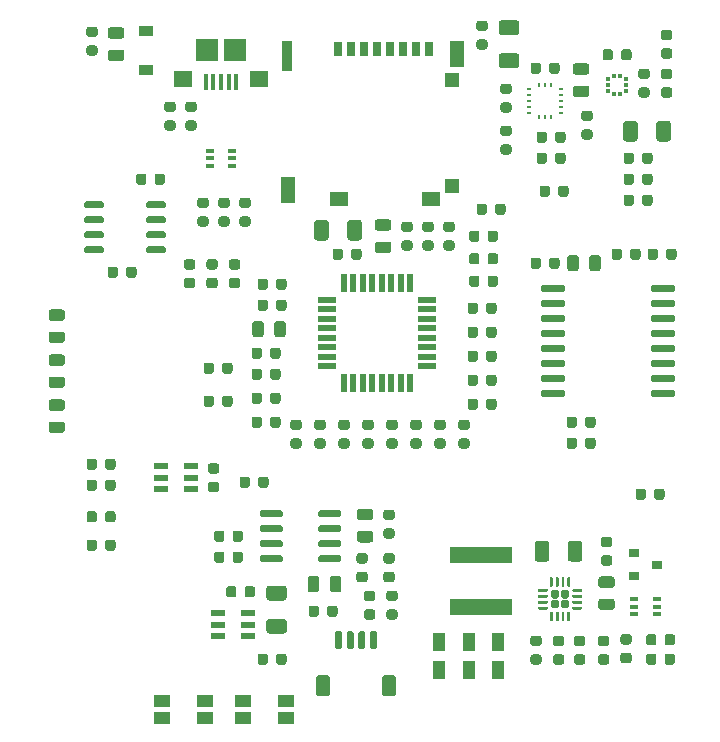
<source format=gbr>
G04 #@! TF.GenerationSoftware,KiCad,Pcbnew,(5.1.6)-1*
G04 #@! TF.CreationDate,2021-05-29T12:10:38-05:00*
G04 #@! TF.ProjectId,SapphineMinimal,53617070-6869-46e6-954d-696e696d616c,rev?*
G04 #@! TF.SameCoordinates,Original*
G04 #@! TF.FileFunction,Paste,Top*
G04 #@! TF.FilePolarity,Positive*
%FSLAX46Y46*%
G04 Gerber Fmt 4.6, Leading zero omitted, Abs format (unit mm)*
G04 Created by KiCad (PCBNEW (5.1.6)-1) date 2021-05-29 12:10:38*
%MOMM*%
%LPD*%
G01*
G04 APERTURE LIST*
%ADD10R,1.210000X0.580000*%
%ADD11R,0.380000X0.350000*%
%ADD12R,1.000000X1.600000*%
%ADD13R,1.397000X1.041400*%
%ADD14R,0.254000X0.355600*%
%ADD15R,0.355600X0.254000*%
%ADD16R,5.308600X1.397000*%
%ADD17R,0.650000X0.400000*%
%ADD18R,0.900000X0.800000*%
%ADD19R,1.200000X0.900000*%
%ADD20R,1.900000X1.900000*%
%ADD21R,1.600000X1.400000*%
%ADD22R,0.400000X1.350000*%
%ADD23R,1.500000X1.150000*%
%ADD24R,1.150000X2.200000*%
%ADD25R,1.160000X1.200000*%
%ADD26R,1.160000X1.250000*%
%ADD27R,0.950000X2.500000*%
%ADD28R,0.800000X1.240000*%
%ADD29R,0.550000X1.600000*%
%ADD30R,1.600000X0.550000*%
G04 APERTURE END LIST*
D10*
X94981000Y-118933000D03*
X94981000Y-117983000D03*
X94981000Y-117033000D03*
X92471000Y-118933000D03*
X92471000Y-117983000D03*
X92471000Y-117033000D03*
D11*
X127007000Y-71763000D03*
X127007000Y-72263000D03*
X127007000Y-72763000D03*
X126492000Y-73028000D03*
X125992000Y-73028000D03*
X125477000Y-72763000D03*
X125477000Y-72263000D03*
X125477000Y-71763000D03*
X125992000Y-71498000D03*
X126492000Y-71498000D03*
D10*
X90155000Y-106487000D03*
X90155000Y-105537000D03*
X90155000Y-104587000D03*
X87645000Y-106487000D03*
X87645000Y-105537000D03*
X87645000Y-104587000D03*
G36*
G01*
X130271000Y-121160250D02*
X130271000Y-120647750D01*
G75*
G02*
X130489750Y-120429000I218750J0D01*
G01*
X130927250Y-120429000D01*
G75*
G02*
X131146000Y-120647750I0J-218750D01*
G01*
X131146000Y-121160250D01*
G75*
G02*
X130927250Y-121379000I-218750J0D01*
G01*
X130489750Y-121379000D01*
G75*
G02*
X130271000Y-121160250I0J218750D01*
G01*
G37*
G36*
G01*
X128696000Y-121160250D02*
X128696000Y-120647750D01*
G75*
G02*
X128914750Y-120429000I218750J0D01*
G01*
X129352250Y-120429000D01*
G75*
G02*
X129571000Y-120647750I0J-218750D01*
G01*
X129571000Y-121160250D01*
G75*
G02*
X129352250Y-121379000I-218750J0D01*
G01*
X128914750Y-121379000D01*
G75*
G02*
X128696000Y-121160250I0J218750D01*
G01*
G37*
G36*
G01*
X129571000Y-118996750D02*
X129571000Y-119509250D01*
G75*
G02*
X129352250Y-119728000I-218750J0D01*
G01*
X128914750Y-119728000D01*
G75*
G02*
X128696000Y-119509250I0J218750D01*
G01*
X128696000Y-118996750D01*
G75*
G02*
X128914750Y-118778000I218750J0D01*
G01*
X129352250Y-118778000D01*
G75*
G02*
X129571000Y-118996750I0J-218750D01*
G01*
G37*
G36*
G01*
X131146000Y-118996750D02*
X131146000Y-119509250D01*
G75*
G02*
X130927250Y-119728000I-218750J0D01*
G01*
X130489750Y-119728000D01*
G75*
G02*
X130271000Y-119509250I0J218750D01*
G01*
X130271000Y-118996750D01*
G75*
G02*
X130489750Y-118778000I218750J0D01*
G01*
X130927250Y-118778000D01*
G75*
G02*
X131146000Y-118996750I0J-218750D01*
G01*
G37*
D12*
X116165000Y-119450000D03*
X113665000Y-119450000D03*
X111165000Y-119450000D03*
X116165000Y-121850000D03*
X113665000Y-121850000D03*
X111165000Y-121850000D03*
G36*
G01*
X100941000Y-108735000D02*
X100941000Y-108435000D01*
G75*
G02*
X101091000Y-108285000I150000J0D01*
G01*
X102741000Y-108285000D01*
G75*
G02*
X102891000Y-108435000I0J-150000D01*
G01*
X102891000Y-108735000D01*
G75*
G02*
X102741000Y-108885000I-150000J0D01*
G01*
X101091000Y-108885000D01*
G75*
G02*
X100941000Y-108735000I0J150000D01*
G01*
G37*
G36*
G01*
X100941000Y-110005000D02*
X100941000Y-109705000D01*
G75*
G02*
X101091000Y-109555000I150000J0D01*
G01*
X102741000Y-109555000D01*
G75*
G02*
X102891000Y-109705000I0J-150000D01*
G01*
X102891000Y-110005000D01*
G75*
G02*
X102741000Y-110155000I-150000J0D01*
G01*
X101091000Y-110155000D01*
G75*
G02*
X100941000Y-110005000I0J150000D01*
G01*
G37*
G36*
G01*
X100941000Y-111275000D02*
X100941000Y-110975000D01*
G75*
G02*
X101091000Y-110825000I150000J0D01*
G01*
X102741000Y-110825000D01*
G75*
G02*
X102891000Y-110975000I0J-150000D01*
G01*
X102891000Y-111275000D01*
G75*
G02*
X102741000Y-111425000I-150000J0D01*
G01*
X101091000Y-111425000D01*
G75*
G02*
X100941000Y-111275000I0J150000D01*
G01*
G37*
G36*
G01*
X100941000Y-112545000D02*
X100941000Y-112245000D01*
G75*
G02*
X101091000Y-112095000I150000J0D01*
G01*
X102741000Y-112095000D01*
G75*
G02*
X102891000Y-112245000I0J-150000D01*
G01*
X102891000Y-112545000D01*
G75*
G02*
X102741000Y-112695000I-150000J0D01*
G01*
X101091000Y-112695000D01*
G75*
G02*
X100941000Y-112545000I0J150000D01*
G01*
G37*
G36*
G01*
X95991000Y-112545000D02*
X95991000Y-112245000D01*
G75*
G02*
X96141000Y-112095000I150000J0D01*
G01*
X97791000Y-112095000D01*
G75*
G02*
X97941000Y-112245000I0J-150000D01*
G01*
X97941000Y-112545000D01*
G75*
G02*
X97791000Y-112695000I-150000J0D01*
G01*
X96141000Y-112695000D01*
G75*
G02*
X95991000Y-112545000I0J150000D01*
G01*
G37*
G36*
G01*
X95991000Y-111275000D02*
X95991000Y-110975000D01*
G75*
G02*
X96141000Y-110825000I150000J0D01*
G01*
X97791000Y-110825000D01*
G75*
G02*
X97941000Y-110975000I0J-150000D01*
G01*
X97941000Y-111275000D01*
G75*
G02*
X97791000Y-111425000I-150000J0D01*
G01*
X96141000Y-111425000D01*
G75*
G02*
X95991000Y-111275000I0J150000D01*
G01*
G37*
G36*
G01*
X95991000Y-110005000D02*
X95991000Y-109705000D01*
G75*
G02*
X96141000Y-109555000I150000J0D01*
G01*
X97791000Y-109555000D01*
G75*
G02*
X97941000Y-109705000I0J-150000D01*
G01*
X97941000Y-110005000D01*
G75*
G02*
X97791000Y-110155000I-150000J0D01*
G01*
X96141000Y-110155000D01*
G75*
G02*
X95991000Y-110005000I0J150000D01*
G01*
G37*
G36*
G01*
X95991000Y-108735000D02*
X95991000Y-108435000D01*
G75*
G02*
X96141000Y-108285000I150000J0D01*
G01*
X97791000Y-108285000D01*
G75*
G02*
X97941000Y-108435000I0J-150000D01*
G01*
X97941000Y-108735000D01*
G75*
G02*
X97791000Y-108885000I-150000J0D01*
G01*
X96141000Y-108885000D01*
G75*
G02*
X95991000Y-108735000I0J150000D01*
G01*
G37*
D13*
X87735001Y-124446200D03*
X91334999Y-124446200D03*
X91334999Y-125896200D03*
X87735001Y-125896200D03*
X94593001Y-124446200D03*
X98192999Y-124446200D03*
X98192999Y-125896200D03*
X94593001Y-125896200D03*
D14*
X119642001Y-72313800D03*
X120142000Y-72313800D03*
X120641999Y-72313800D03*
D15*
X121488200Y-72659999D03*
X121488200Y-73160001D03*
X121488200Y-73660000D03*
X121488200Y-74159999D03*
X121488200Y-74660001D03*
D14*
X120641999Y-75006200D03*
X120142000Y-75006200D03*
X119642001Y-75006200D03*
D15*
X118795800Y-74660001D03*
X118795800Y-74159999D03*
X118795800Y-73660000D03*
X118795800Y-73160001D03*
X118795800Y-72659999D03*
G36*
G01*
X121467000Y-116426500D02*
X121467000Y-116061500D01*
G75*
G02*
X121649500Y-115879000I182500J0D01*
G01*
X122014500Y-115879000D01*
G75*
G02*
X122197000Y-116061500I0J-182500D01*
G01*
X122197000Y-116426500D01*
G75*
G02*
X122014500Y-116609000I-182500J0D01*
G01*
X121649500Y-116609000D01*
G75*
G02*
X121467000Y-116426500I0J182500D01*
G01*
G37*
G36*
G01*
X121467000Y-115586500D02*
X121467000Y-115221500D01*
G75*
G02*
X121649500Y-115039000I182500J0D01*
G01*
X122014500Y-115039000D01*
G75*
G02*
X122197000Y-115221500I0J-182500D01*
G01*
X122197000Y-115586500D01*
G75*
G02*
X122014500Y-115769000I-182500J0D01*
G01*
X121649500Y-115769000D01*
G75*
G02*
X121467000Y-115586500I0J182500D01*
G01*
G37*
G36*
G01*
X120627000Y-116426500D02*
X120627000Y-116061500D01*
G75*
G02*
X120809500Y-115879000I182500J0D01*
G01*
X121174500Y-115879000D01*
G75*
G02*
X121357000Y-116061500I0J-182500D01*
G01*
X121357000Y-116426500D01*
G75*
G02*
X121174500Y-116609000I-182500J0D01*
G01*
X120809500Y-116609000D01*
G75*
G02*
X120627000Y-116426500I0J182500D01*
G01*
G37*
G36*
G01*
X120627000Y-115586500D02*
X120627000Y-115221500D01*
G75*
G02*
X120809500Y-115039000I182500J0D01*
G01*
X121174500Y-115039000D01*
G75*
G02*
X121357000Y-115221500I0J-182500D01*
G01*
X121357000Y-115586500D01*
G75*
G02*
X121174500Y-115769000I-182500J0D01*
G01*
X120809500Y-115769000D01*
G75*
G02*
X120627000Y-115586500I0J182500D01*
G01*
G37*
G36*
G01*
X120537000Y-114711500D02*
X120537000Y-114011500D01*
G75*
G02*
X120599500Y-113949000I62500J0D01*
G01*
X120724500Y-113949000D01*
G75*
G02*
X120787000Y-114011500I0J-62500D01*
G01*
X120787000Y-114711500D01*
G75*
G02*
X120724500Y-114774000I-62500J0D01*
G01*
X120599500Y-114774000D01*
G75*
G02*
X120537000Y-114711500I0J62500D01*
G01*
G37*
G36*
G01*
X121037000Y-114711500D02*
X121037000Y-114011500D01*
G75*
G02*
X121099500Y-113949000I62500J0D01*
G01*
X121224500Y-113949000D01*
G75*
G02*
X121287000Y-114011500I0J-62500D01*
G01*
X121287000Y-114711500D01*
G75*
G02*
X121224500Y-114774000I-62500J0D01*
G01*
X121099500Y-114774000D01*
G75*
G02*
X121037000Y-114711500I0J62500D01*
G01*
G37*
G36*
G01*
X121537000Y-114711500D02*
X121537000Y-114011500D01*
G75*
G02*
X121599500Y-113949000I62500J0D01*
G01*
X121724500Y-113949000D01*
G75*
G02*
X121787000Y-114011500I0J-62500D01*
G01*
X121787000Y-114711500D01*
G75*
G02*
X121724500Y-114774000I-62500J0D01*
G01*
X121599500Y-114774000D01*
G75*
G02*
X121537000Y-114711500I0J62500D01*
G01*
G37*
G36*
G01*
X122037000Y-114711500D02*
X122037000Y-114011500D01*
G75*
G02*
X122099500Y-113949000I62500J0D01*
G01*
X122224500Y-113949000D01*
G75*
G02*
X122287000Y-114011500I0J-62500D01*
G01*
X122287000Y-114711500D01*
G75*
G02*
X122224500Y-114774000I-62500J0D01*
G01*
X122099500Y-114774000D01*
G75*
G02*
X122037000Y-114711500I0J62500D01*
G01*
G37*
G36*
G01*
X122462000Y-115136500D02*
X122462000Y-115011500D01*
G75*
G02*
X122524500Y-114949000I62500J0D01*
G01*
X123224500Y-114949000D01*
G75*
G02*
X123287000Y-115011500I0J-62500D01*
G01*
X123287000Y-115136500D01*
G75*
G02*
X123224500Y-115199000I-62500J0D01*
G01*
X122524500Y-115199000D01*
G75*
G02*
X122462000Y-115136500I0J62500D01*
G01*
G37*
G36*
G01*
X122462000Y-115636500D02*
X122462000Y-115511500D01*
G75*
G02*
X122524500Y-115449000I62500J0D01*
G01*
X123224500Y-115449000D01*
G75*
G02*
X123287000Y-115511500I0J-62500D01*
G01*
X123287000Y-115636500D01*
G75*
G02*
X123224500Y-115699000I-62500J0D01*
G01*
X122524500Y-115699000D01*
G75*
G02*
X122462000Y-115636500I0J62500D01*
G01*
G37*
G36*
G01*
X122462000Y-116136500D02*
X122462000Y-116011500D01*
G75*
G02*
X122524500Y-115949000I62500J0D01*
G01*
X123224500Y-115949000D01*
G75*
G02*
X123287000Y-116011500I0J-62500D01*
G01*
X123287000Y-116136500D01*
G75*
G02*
X123224500Y-116199000I-62500J0D01*
G01*
X122524500Y-116199000D01*
G75*
G02*
X122462000Y-116136500I0J62500D01*
G01*
G37*
G36*
G01*
X122462000Y-116636500D02*
X122462000Y-116511500D01*
G75*
G02*
X122524500Y-116449000I62500J0D01*
G01*
X123224500Y-116449000D01*
G75*
G02*
X123287000Y-116511500I0J-62500D01*
G01*
X123287000Y-116636500D01*
G75*
G02*
X123224500Y-116699000I-62500J0D01*
G01*
X122524500Y-116699000D01*
G75*
G02*
X122462000Y-116636500I0J62500D01*
G01*
G37*
G36*
G01*
X122037000Y-117636500D02*
X122037000Y-116936500D01*
G75*
G02*
X122099500Y-116874000I62500J0D01*
G01*
X122224500Y-116874000D01*
G75*
G02*
X122287000Y-116936500I0J-62500D01*
G01*
X122287000Y-117636500D01*
G75*
G02*
X122224500Y-117699000I-62500J0D01*
G01*
X122099500Y-117699000D01*
G75*
G02*
X122037000Y-117636500I0J62500D01*
G01*
G37*
G36*
G01*
X121537000Y-117636500D02*
X121537000Y-116936500D01*
G75*
G02*
X121599500Y-116874000I62500J0D01*
G01*
X121724500Y-116874000D01*
G75*
G02*
X121787000Y-116936500I0J-62500D01*
G01*
X121787000Y-117636500D01*
G75*
G02*
X121724500Y-117699000I-62500J0D01*
G01*
X121599500Y-117699000D01*
G75*
G02*
X121537000Y-117636500I0J62500D01*
G01*
G37*
G36*
G01*
X121037000Y-117636500D02*
X121037000Y-116936500D01*
G75*
G02*
X121099500Y-116874000I62500J0D01*
G01*
X121224500Y-116874000D01*
G75*
G02*
X121287000Y-116936500I0J-62500D01*
G01*
X121287000Y-117636500D01*
G75*
G02*
X121224500Y-117699000I-62500J0D01*
G01*
X121099500Y-117699000D01*
G75*
G02*
X121037000Y-117636500I0J62500D01*
G01*
G37*
G36*
G01*
X120537000Y-117636500D02*
X120537000Y-116936500D01*
G75*
G02*
X120599500Y-116874000I62500J0D01*
G01*
X120724500Y-116874000D01*
G75*
G02*
X120787000Y-116936500I0J-62500D01*
G01*
X120787000Y-117636500D01*
G75*
G02*
X120724500Y-117699000I-62500J0D01*
G01*
X120599500Y-117699000D01*
G75*
G02*
X120537000Y-117636500I0J62500D01*
G01*
G37*
G36*
G01*
X119537000Y-116636500D02*
X119537000Y-116511500D01*
G75*
G02*
X119599500Y-116449000I62500J0D01*
G01*
X120299500Y-116449000D01*
G75*
G02*
X120362000Y-116511500I0J-62500D01*
G01*
X120362000Y-116636500D01*
G75*
G02*
X120299500Y-116699000I-62500J0D01*
G01*
X119599500Y-116699000D01*
G75*
G02*
X119537000Y-116636500I0J62500D01*
G01*
G37*
G36*
G01*
X119537000Y-116136500D02*
X119537000Y-116011500D01*
G75*
G02*
X119599500Y-115949000I62500J0D01*
G01*
X120299500Y-115949000D01*
G75*
G02*
X120362000Y-116011500I0J-62500D01*
G01*
X120362000Y-116136500D01*
G75*
G02*
X120299500Y-116199000I-62500J0D01*
G01*
X119599500Y-116199000D01*
G75*
G02*
X119537000Y-116136500I0J62500D01*
G01*
G37*
G36*
G01*
X119537000Y-115636500D02*
X119537000Y-115511500D01*
G75*
G02*
X119599500Y-115449000I62500J0D01*
G01*
X120299500Y-115449000D01*
G75*
G02*
X120362000Y-115511500I0J-62500D01*
G01*
X120362000Y-115636500D01*
G75*
G02*
X120299500Y-115699000I-62500J0D01*
G01*
X119599500Y-115699000D01*
G75*
G02*
X119537000Y-115636500I0J62500D01*
G01*
G37*
G36*
G01*
X119537000Y-115136500D02*
X119537000Y-115011500D01*
G75*
G02*
X119599500Y-114949000I62500J0D01*
G01*
X120299500Y-114949000D01*
G75*
G02*
X120362000Y-115011500I0J-62500D01*
G01*
X120362000Y-115136500D01*
G75*
G02*
X120299500Y-115199000I-62500J0D01*
G01*
X119599500Y-115199000D01*
G75*
G02*
X119537000Y-115136500I0J62500D01*
G01*
G37*
G36*
G01*
X106677750Y-113507000D02*
X107190250Y-113507000D01*
G75*
G02*
X107409000Y-113725750I0J-218750D01*
G01*
X107409000Y-114163250D01*
G75*
G02*
X107190250Y-114382000I-218750J0D01*
G01*
X106677750Y-114382000D01*
G75*
G02*
X106459000Y-114163250I0J218750D01*
G01*
X106459000Y-113725750D01*
G75*
G02*
X106677750Y-113507000I218750J0D01*
G01*
G37*
G36*
G01*
X106677750Y-111932000D02*
X107190250Y-111932000D01*
G75*
G02*
X107409000Y-112150750I0J-218750D01*
G01*
X107409000Y-112588250D01*
G75*
G02*
X107190250Y-112807000I-218750J0D01*
G01*
X106677750Y-112807000D01*
G75*
G02*
X106459000Y-112588250I0J218750D01*
G01*
X106459000Y-112150750D01*
G75*
G02*
X106677750Y-111932000I218750J0D01*
G01*
G37*
G36*
G01*
X106677750Y-109824000D02*
X107190250Y-109824000D01*
G75*
G02*
X107409000Y-110042750I0J-218750D01*
G01*
X107409000Y-110480250D01*
G75*
G02*
X107190250Y-110699000I-218750J0D01*
G01*
X106677750Y-110699000D01*
G75*
G02*
X106459000Y-110480250I0J218750D01*
G01*
X106459000Y-110042750D01*
G75*
G02*
X106677750Y-109824000I218750J0D01*
G01*
G37*
G36*
G01*
X106677750Y-108249000D02*
X107190250Y-108249000D01*
G75*
G02*
X107409000Y-108467750I0J-218750D01*
G01*
X107409000Y-108905250D01*
G75*
G02*
X107190250Y-109124000I-218750J0D01*
G01*
X106677750Y-109124000D01*
G75*
G02*
X106459000Y-108905250I0J218750D01*
G01*
X106459000Y-108467750D01*
G75*
G02*
X106677750Y-108249000I218750J0D01*
G01*
G37*
G36*
G01*
X93695000Y-112524250D02*
X93695000Y-112011750D01*
G75*
G02*
X93913750Y-111793000I218750J0D01*
G01*
X94351250Y-111793000D01*
G75*
G02*
X94570000Y-112011750I0J-218750D01*
G01*
X94570000Y-112524250D01*
G75*
G02*
X94351250Y-112743000I-218750J0D01*
G01*
X93913750Y-112743000D01*
G75*
G02*
X93695000Y-112524250I0J218750D01*
G01*
G37*
G36*
G01*
X92120000Y-112524250D02*
X92120000Y-112011750D01*
G75*
G02*
X92338750Y-111793000I218750J0D01*
G01*
X92776250Y-111793000D01*
G75*
G02*
X92995000Y-112011750I0J-218750D01*
G01*
X92995000Y-112524250D01*
G75*
G02*
X92776250Y-112743000I-218750J0D01*
G01*
X92338750Y-112743000D01*
G75*
G02*
X92120000Y-112524250I0J218750D01*
G01*
G37*
G36*
G01*
X93695000Y-110746250D02*
X93695000Y-110233750D01*
G75*
G02*
X93913750Y-110015000I218750J0D01*
G01*
X94351250Y-110015000D01*
G75*
G02*
X94570000Y-110233750I0J-218750D01*
G01*
X94570000Y-110746250D01*
G75*
G02*
X94351250Y-110965000I-218750J0D01*
G01*
X93913750Y-110965000D01*
G75*
G02*
X93695000Y-110746250I0J218750D01*
G01*
G37*
G36*
G01*
X92120000Y-110746250D02*
X92120000Y-110233750D01*
G75*
G02*
X92338750Y-110015000I218750J0D01*
G01*
X92776250Y-110015000D01*
G75*
G02*
X92995000Y-110233750I0J-218750D01*
G01*
X92995000Y-110746250D01*
G75*
G02*
X92776250Y-110965000I-218750J0D01*
G01*
X92338750Y-110965000D01*
G75*
G02*
X92120000Y-110746250I0J218750D01*
G01*
G37*
G36*
G01*
X128682000Y-106677750D02*
X128682000Y-107190250D01*
G75*
G02*
X128463250Y-107409000I-218750J0D01*
G01*
X128025750Y-107409000D01*
G75*
G02*
X127807000Y-107190250I0J218750D01*
G01*
X127807000Y-106677750D01*
G75*
G02*
X128025750Y-106459000I218750J0D01*
G01*
X128463250Y-106459000D01*
G75*
G02*
X128682000Y-106677750I0J-218750D01*
G01*
G37*
G36*
G01*
X130257000Y-106677750D02*
X130257000Y-107190250D01*
G75*
G02*
X130038250Y-107409000I-218750J0D01*
G01*
X129600750Y-107409000D01*
G75*
G02*
X129382000Y-107190250I0J218750D01*
G01*
X129382000Y-106677750D01*
G75*
G02*
X129600750Y-106459000I218750J0D01*
G01*
X130038250Y-106459000D01*
G75*
G02*
X130257000Y-106677750I0J-218750D01*
G01*
G37*
G36*
G01*
X121028750Y-120492000D02*
X121541250Y-120492000D01*
G75*
G02*
X121760000Y-120710750I0J-218750D01*
G01*
X121760000Y-121148250D01*
G75*
G02*
X121541250Y-121367000I-218750J0D01*
G01*
X121028750Y-121367000D01*
G75*
G02*
X120810000Y-121148250I0J218750D01*
G01*
X120810000Y-120710750D01*
G75*
G02*
X121028750Y-120492000I218750J0D01*
G01*
G37*
G36*
G01*
X121028750Y-118917000D02*
X121541250Y-118917000D01*
G75*
G02*
X121760000Y-119135750I0J-218750D01*
G01*
X121760000Y-119573250D01*
G75*
G02*
X121541250Y-119792000I-218750J0D01*
G01*
X121028750Y-119792000D01*
G75*
G02*
X120810000Y-119573250I0J218750D01*
G01*
X120810000Y-119135750D01*
G75*
G02*
X121028750Y-118917000I218750J0D01*
G01*
G37*
G36*
G01*
X122806750Y-120492000D02*
X123319250Y-120492000D01*
G75*
G02*
X123538000Y-120710750I0J-218750D01*
G01*
X123538000Y-121148250D01*
G75*
G02*
X123319250Y-121367000I-218750J0D01*
G01*
X122806750Y-121367000D01*
G75*
G02*
X122588000Y-121148250I0J218750D01*
G01*
X122588000Y-120710750D01*
G75*
G02*
X122806750Y-120492000I218750J0D01*
G01*
G37*
G36*
G01*
X122806750Y-118917000D02*
X123319250Y-118917000D01*
G75*
G02*
X123538000Y-119135750I0J-218750D01*
G01*
X123538000Y-119573250D01*
G75*
G02*
X123319250Y-119792000I-218750J0D01*
G01*
X122806750Y-119792000D01*
G75*
G02*
X122588000Y-119573250I0J218750D01*
G01*
X122588000Y-119135750D01*
G75*
G02*
X122806750Y-118917000I218750J0D01*
G01*
G37*
G36*
G01*
X119636250Y-119792000D02*
X119123750Y-119792000D01*
G75*
G02*
X118905000Y-119573250I0J218750D01*
G01*
X118905000Y-119135750D01*
G75*
G02*
X119123750Y-118917000I218750J0D01*
G01*
X119636250Y-118917000D01*
G75*
G02*
X119855000Y-119135750I0J-218750D01*
G01*
X119855000Y-119573250D01*
G75*
G02*
X119636250Y-119792000I-218750J0D01*
G01*
G37*
G36*
G01*
X119636250Y-121367000D02*
X119123750Y-121367000D01*
G75*
G02*
X118905000Y-121148250I0J218750D01*
G01*
X118905000Y-120710750D01*
G75*
G02*
X119123750Y-120492000I218750J0D01*
G01*
X119636250Y-120492000D01*
G75*
G02*
X119855000Y-120710750I0J-218750D01*
G01*
X119855000Y-121148250D01*
G75*
G02*
X119636250Y-121367000I-218750J0D01*
G01*
G37*
G36*
G01*
X125092750Y-112110000D02*
X125605250Y-112110000D01*
G75*
G02*
X125824000Y-112328750I0J-218750D01*
G01*
X125824000Y-112766250D01*
G75*
G02*
X125605250Y-112985000I-218750J0D01*
G01*
X125092750Y-112985000D01*
G75*
G02*
X124874000Y-112766250I0J218750D01*
G01*
X124874000Y-112328750D01*
G75*
G02*
X125092750Y-112110000I218750J0D01*
G01*
G37*
G36*
G01*
X125092750Y-110535000D02*
X125605250Y-110535000D01*
G75*
G02*
X125824000Y-110753750I0J-218750D01*
G01*
X125824000Y-111191250D01*
G75*
G02*
X125605250Y-111410000I-218750J0D01*
G01*
X125092750Y-111410000D01*
G75*
G02*
X124874000Y-111191250I0J218750D01*
G01*
X124874000Y-110753750D01*
G75*
G02*
X125092750Y-110535000I218750J0D01*
G01*
G37*
D16*
X114681000Y-112102900D03*
X114681000Y-116497100D03*
G36*
G01*
X122733750Y-72332000D02*
X123646250Y-72332000D01*
G75*
G02*
X123890000Y-72575750I0J-243750D01*
G01*
X123890000Y-73063250D01*
G75*
G02*
X123646250Y-73307000I-243750J0D01*
G01*
X122733750Y-73307000D01*
G75*
G02*
X122490000Y-73063250I0J243750D01*
G01*
X122490000Y-72575750D01*
G75*
G02*
X122733750Y-72332000I243750J0D01*
G01*
G37*
G36*
G01*
X122733750Y-70457000D02*
X123646250Y-70457000D01*
G75*
G02*
X123890000Y-70700750I0J-243750D01*
G01*
X123890000Y-71188250D01*
G75*
G02*
X123646250Y-71432000I-243750J0D01*
G01*
X122733750Y-71432000D01*
G75*
G02*
X122490000Y-71188250I0J243750D01*
G01*
X122490000Y-70700750D01*
G75*
G02*
X122733750Y-70457000I243750J0D01*
G01*
G37*
G36*
G01*
X104445750Y-110051000D02*
X105358250Y-110051000D01*
G75*
G02*
X105602000Y-110294750I0J-243750D01*
G01*
X105602000Y-110782250D01*
G75*
G02*
X105358250Y-111026000I-243750J0D01*
G01*
X104445750Y-111026000D01*
G75*
G02*
X104202000Y-110782250I0J243750D01*
G01*
X104202000Y-110294750D01*
G75*
G02*
X104445750Y-110051000I243750J0D01*
G01*
G37*
G36*
G01*
X104445750Y-108176000D02*
X105358250Y-108176000D01*
G75*
G02*
X105602000Y-108419750I0J-243750D01*
G01*
X105602000Y-108907250D01*
G75*
G02*
X105358250Y-109151000I-243750J0D01*
G01*
X104445750Y-109151000D01*
G75*
G02*
X104202000Y-108907250I0J243750D01*
G01*
X104202000Y-108419750D01*
G75*
G02*
X104445750Y-108176000I243750J0D01*
G01*
G37*
G36*
G01*
X104904250Y-112807000D02*
X104391750Y-112807000D01*
G75*
G02*
X104173000Y-112588250I0J218750D01*
G01*
X104173000Y-112150750D01*
G75*
G02*
X104391750Y-111932000I218750J0D01*
G01*
X104904250Y-111932000D01*
G75*
G02*
X105123000Y-112150750I0J-218750D01*
G01*
X105123000Y-112588250D01*
G75*
G02*
X104904250Y-112807000I-218750J0D01*
G01*
G37*
G36*
G01*
X104904250Y-114382000D02*
X104391750Y-114382000D01*
G75*
G02*
X104173000Y-114163250I0J218750D01*
G01*
X104173000Y-113725750D01*
G75*
G02*
X104391750Y-113507000I218750J0D01*
G01*
X104904250Y-113507000D01*
G75*
G02*
X105123000Y-113725750I0J-218750D01*
G01*
X105123000Y-114163250D01*
G75*
G02*
X104904250Y-114382000I-218750J0D01*
G01*
G37*
G36*
G01*
X124838750Y-120492000D02*
X125351250Y-120492000D01*
G75*
G02*
X125570000Y-120710750I0J-218750D01*
G01*
X125570000Y-121148250D01*
G75*
G02*
X125351250Y-121367000I-218750J0D01*
G01*
X124838750Y-121367000D01*
G75*
G02*
X124620000Y-121148250I0J218750D01*
G01*
X124620000Y-120710750D01*
G75*
G02*
X124838750Y-120492000I218750J0D01*
G01*
G37*
G36*
G01*
X124838750Y-118917000D02*
X125351250Y-118917000D01*
G75*
G02*
X125570000Y-119135750I0J-218750D01*
G01*
X125570000Y-119573250D01*
G75*
G02*
X125351250Y-119792000I-218750J0D01*
G01*
X124838750Y-119792000D01*
G75*
G02*
X124620000Y-119573250I0J218750D01*
G01*
X124620000Y-119135750D01*
G75*
G02*
X124838750Y-118917000I218750J0D01*
G01*
G37*
G36*
G01*
X84678000Y-88394250D02*
X84678000Y-87881750D01*
G75*
G02*
X84896750Y-87663000I218750J0D01*
G01*
X85334250Y-87663000D01*
G75*
G02*
X85553000Y-87881750I0J-218750D01*
G01*
X85553000Y-88394250D01*
G75*
G02*
X85334250Y-88613000I-218750J0D01*
G01*
X84896750Y-88613000D01*
G75*
G02*
X84678000Y-88394250I0J218750D01*
G01*
G37*
G36*
G01*
X83103000Y-88394250D02*
X83103000Y-87881750D01*
G75*
G02*
X83321750Y-87663000I218750J0D01*
G01*
X83759250Y-87663000D01*
G75*
G02*
X83978000Y-87881750I0J-218750D01*
G01*
X83978000Y-88394250D01*
G75*
G02*
X83759250Y-88613000I-218750J0D01*
G01*
X83321750Y-88613000D01*
G75*
G02*
X83103000Y-88394250I0J218750D01*
G01*
G37*
G36*
G01*
X86382000Y-82573000D02*
X86382000Y-82273000D01*
G75*
G02*
X86532000Y-82123000I150000J0D01*
G01*
X87882000Y-82123000D01*
G75*
G02*
X88032000Y-82273000I0J-150000D01*
G01*
X88032000Y-82573000D01*
G75*
G02*
X87882000Y-82723000I-150000J0D01*
G01*
X86532000Y-82723000D01*
G75*
G02*
X86382000Y-82573000I0J150000D01*
G01*
G37*
G36*
G01*
X86382000Y-83843000D02*
X86382000Y-83543000D01*
G75*
G02*
X86532000Y-83393000I150000J0D01*
G01*
X87882000Y-83393000D01*
G75*
G02*
X88032000Y-83543000I0J-150000D01*
G01*
X88032000Y-83843000D01*
G75*
G02*
X87882000Y-83993000I-150000J0D01*
G01*
X86532000Y-83993000D01*
G75*
G02*
X86382000Y-83843000I0J150000D01*
G01*
G37*
G36*
G01*
X86382000Y-85113000D02*
X86382000Y-84813000D01*
G75*
G02*
X86532000Y-84663000I150000J0D01*
G01*
X87882000Y-84663000D01*
G75*
G02*
X88032000Y-84813000I0J-150000D01*
G01*
X88032000Y-85113000D01*
G75*
G02*
X87882000Y-85263000I-150000J0D01*
G01*
X86532000Y-85263000D01*
G75*
G02*
X86382000Y-85113000I0J150000D01*
G01*
G37*
G36*
G01*
X86382000Y-86383000D02*
X86382000Y-86083000D01*
G75*
G02*
X86532000Y-85933000I150000J0D01*
G01*
X87882000Y-85933000D01*
G75*
G02*
X88032000Y-86083000I0J-150000D01*
G01*
X88032000Y-86383000D01*
G75*
G02*
X87882000Y-86533000I-150000J0D01*
G01*
X86532000Y-86533000D01*
G75*
G02*
X86382000Y-86383000I0J150000D01*
G01*
G37*
G36*
G01*
X81132000Y-86383000D02*
X81132000Y-86083000D01*
G75*
G02*
X81282000Y-85933000I150000J0D01*
G01*
X82632000Y-85933000D01*
G75*
G02*
X82782000Y-86083000I0J-150000D01*
G01*
X82782000Y-86383000D01*
G75*
G02*
X82632000Y-86533000I-150000J0D01*
G01*
X81282000Y-86533000D01*
G75*
G02*
X81132000Y-86383000I0J150000D01*
G01*
G37*
G36*
G01*
X81132000Y-85113000D02*
X81132000Y-84813000D01*
G75*
G02*
X81282000Y-84663000I150000J0D01*
G01*
X82632000Y-84663000D01*
G75*
G02*
X82782000Y-84813000I0J-150000D01*
G01*
X82782000Y-85113000D01*
G75*
G02*
X82632000Y-85263000I-150000J0D01*
G01*
X81282000Y-85263000D01*
G75*
G02*
X81132000Y-85113000I0J150000D01*
G01*
G37*
G36*
G01*
X81132000Y-83843000D02*
X81132000Y-83543000D01*
G75*
G02*
X81282000Y-83393000I150000J0D01*
G01*
X82632000Y-83393000D01*
G75*
G02*
X82782000Y-83543000I0J-150000D01*
G01*
X82782000Y-83843000D01*
G75*
G02*
X82632000Y-83993000I-150000J0D01*
G01*
X81282000Y-83993000D01*
G75*
G02*
X81132000Y-83843000I0J150000D01*
G01*
G37*
G36*
G01*
X81132000Y-82573000D02*
X81132000Y-82273000D01*
G75*
G02*
X81282000Y-82123000I150000J0D01*
G01*
X82632000Y-82123000D01*
G75*
G02*
X82782000Y-82273000I0J-150000D01*
G01*
X82782000Y-82573000D01*
G75*
G02*
X82632000Y-82723000I-150000J0D01*
G01*
X81282000Y-82723000D01*
G75*
G02*
X81132000Y-82573000I0J150000D01*
G01*
G37*
G36*
G01*
X86391000Y-80007750D02*
X86391000Y-80520250D01*
G75*
G02*
X86172250Y-80739000I-218750J0D01*
G01*
X85734750Y-80739000D01*
G75*
G02*
X85516000Y-80520250I0J218750D01*
G01*
X85516000Y-80007750D01*
G75*
G02*
X85734750Y-79789000I218750J0D01*
G01*
X86172250Y-79789000D01*
G75*
G02*
X86391000Y-80007750I0J-218750D01*
G01*
G37*
G36*
G01*
X87966000Y-80007750D02*
X87966000Y-80520250D01*
G75*
G02*
X87747250Y-80739000I-218750J0D01*
G01*
X87309750Y-80739000D01*
G75*
G02*
X87091000Y-80520250I0J218750D01*
G01*
X87091000Y-80007750D01*
G75*
G02*
X87309750Y-79789000I218750J0D01*
G01*
X87747250Y-79789000D01*
G75*
G02*
X87966000Y-80007750I0J-218750D01*
G01*
G37*
G36*
G01*
X123441750Y-76042000D02*
X123954250Y-76042000D01*
G75*
G02*
X124173000Y-76260750I0J-218750D01*
G01*
X124173000Y-76698250D01*
G75*
G02*
X123954250Y-76917000I-218750J0D01*
G01*
X123441750Y-76917000D01*
G75*
G02*
X123223000Y-76698250I0J218750D01*
G01*
X123223000Y-76260750D01*
G75*
G02*
X123441750Y-76042000I218750J0D01*
G01*
G37*
G36*
G01*
X123441750Y-74467000D02*
X123954250Y-74467000D01*
G75*
G02*
X124173000Y-74685750I0J-218750D01*
G01*
X124173000Y-75123250D01*
G75*
G02*
X123954250Y-75342000I-218750J0D01*
G01*
X123441750Y-75342000D01*
G75*
G02*
X123223000Y-75123250I0J218750D01*
G01*
X123223000Y-74685750D01*
G75*
G02*
X123441750Y-74467000I218750J0D01*
G01*
G37*
G36*
G01*
X121000000Y-78742250D02*
X121000000Y-78229750D01*
G75*
G02*
X121218750Y-78011000I218750J0D01*
G01*
X121656250Y-78011000D01*
G75*
G02*
X121875000Y-78229750I0J-218750D01*
G01*
X121875000Y-78742250D01*
G75*
G02*
X121656250Y-78961000I-218750J0D01*
G01*
X121218750Y-78961000D01*
G75*
G02*
X121000000Y-78742250I0J218750D01*
G01*
G37*
G36*
G01*
X119425000Y-78742250D02*
X119425000Y-78229750D01*
G75*
G02*
X119643750Y-78011000I218750J0D01*
G01*
X120081250Y-78011000D01*
G75*
G02*
X120300000Y-78229750I0J-218750D01*
G01*
X120300000Y-78742250D01*
G75*
G02*
X120081250Y-78961000I-218750J0D01*
G01*
X119643750Y-78961000D01*
G75*
G02*
X119425000Y-78742250I0J218750D01*
G01*
G37*
G36*
G01*
X121000000Y-76964250D02*
X121000000Y-76451750D01*
G75*
G02*
X121218750Y-76233000I218750J0D01*
G01*
X121656250Y-76233000D01*
G75*
G02*
X121875000Y-76451750I0J-218750D01*
G01*
X121875000Y-76964250D01*
G75*
G02*
X121656250Y-77183000I-218750J0D01*
G01*
X121218750Y-77183000D01*
G75*
G02*
X121000000Y-76964250I0J218750D01*
G01*
G37*
G36*
G01*
X119425000Y-76964250D02*
X119425000Y-76451750D01*
G75*
G02*
X119643750Y-76233000I218750J0D01*
G01*
X120081250Y-76233000D01*
G75*
G02*
X120300000Y-76451750I0J-218750D01*
G01*
X120300000Y-76964250D01*
G75*
G02*
X120081250Y-77183000I-218750J0D01*
G01*
X119643750Y-77183000D01*
G75*
G02*
X119425000Y-76964250I0J218750D01*
G01*
G37*
G36*
G01*
X116583750Y-77312000D02*
X117096250Y-77312000D01*
G75*
G02*
X117315000Y-77530750I0J-218750D01*
G01*
X117315000Y-77968250D01*
G75*
G02*
X117096250Y-78187000I-218750J0D01*
G01*
X116583750Y-78187000D01*
G75*
G02*
X116365000Y-77968250I0J218750D01*
G01*
X116365000Y-77530750D01*
G75*
G02*
X116583750Y-77312000I218750J0D01*
G01*
G37*
G36*
G01*
X116583750Y-75737000D02*
X117096250Y-75737000D01*
G75*
G02*
X117315000Y-75955750I0J-218750D01*
G01*
X117315000Y-76393250D01*
G75*
G02*
X117096250Y-76612000I-218750J0D01*
G01*
X116583750Y-76612000D01*
G75*
G02*
X116365000Y-76393250I0J218750D01*
G01*
X116365000Y-75955750D01*
G75*
G02*
X116583750Y-75737000I218750J0D01*
G01*
G37*
G36*
G01*
X117096250Y-73056000D02*
X116583750Y-73056000D01*
G75*
G02*
X116365000Y-72837250I0J218750D01*
G01*
X116365000Y-72399750D01*
G75*
G02*
X116583750Y-72181000I218750J0D01*
G01*
X117096250Y-72181000D01*
G75*
G02*
X117315000Y-72399750I0J-218750D01*
G01*
X117315000Y-72837250D01*
G75*
G02*
X117096250Y-73056000I-218750J0D01*
G01*
G37*
G36*
G01*
X117096250Y-74631000D02*
X116583750Y-74631000D01*
G75*
G02*
X116365000Y-74412250I0J218750D01*
G01*
X116365000Y-73974750D01*
G75*
G02*
X116583750Y-73756000I218750J0D01*
G01*
X117096250Y-73756000D01*
G75*
G02*
X117315000Y-73974750I0J-218750D01*
G01*
X117315000Y-74412250D01*
G75*
G02*
X117096250Y-74631000I-218750J0D01*
G01*
G37*
G36*
G01*
X119792000Y-70609750D02*
X119792000Y-71122250D01*
G75*
G02*
X119573250Y-71341000I-218750J0D01*
G01*
X119135750Y-71341000D01*
G75*
G02*
X118917000Y-71122250I0J218750D01*
G01*
X118917000Y-70609750D01*
G75*
G02*
X119135750Y-70391000I218750J0D01*
G01*
X119573250Y-70391000D01*
G75*
G02*
X119792000Y-70609750I0J-218750D01*
G01*
G37*
G36*
G01*
X121367000Y-70609750D02*
X121367000Y-71122250D01*
G75*
G02*
X121148250Y-71341000I-218750J0D01*
G01*
X120710750Y-71341000D01*
G75*
G02*
X120492000Y-71122250I0J218750D01*
G01*
X120492000Y-70609750D01*
G75*
G02*
X120710750Y-70391000I218750J0D01*
G01*
X121148250Y-70391000D01*
G75*
G02*
X121367000Y-70609750I0J-218750D01*
G01*
G37*
G36*
G01*
X82900000Y-111508250D02*
X82900000Y-110995750D01*
G75*
G02*
X83118750Y-110777000I218750J0D01*
G01*
X83556250Y-110777000D01*
G75*
G02*
X83775000Y-110995750I0J-218750D01*
G01*
X83775000Y-111508250D01*
G75*
G02*
X83556250Y-111727000I-218750J0D01*
G01*
X83118750Y-111727000D01*
G75*
G02*
X82900000Y-111508250I0J218750D01*
G01*
G37*
G36*
G01*
X81325000Y-111508250D02*
X81325000Y-110995750D01*
G75*
G02*
X81543750Y-110777000I218750J0D01*
G01*
X81981250Y-110777000D01*
G75*
G02*
X82200000Y-110995750I0J-218750D01*
G01*
X82200000Y-111508250D01*
G75*
G02*
X81981250Y-111727000I-218750J0D01*
G01*
X81543750Y-111727000D01*
G75*
G02*
X81325000Y-111508250I0J218750D01*
G01*
G37*
G36*
G01*
X130172750Y-69184000D02*
X130685250Y-69184000D01*
G75*
G02*
X130904000Y-69402750I0J-218750D01*
G01*
X130904000Y-69840250D01*
G75*
G02*
X130685250Y-70059000I-218750J0D01*
G01*
X130172750Y-70059000D01*
G75*
G02*
X129954000Y-69840250I0J218750D01*
G01*
X129954000Y-69402750D01*
G75*
G02*
X130172750Y-69184000I218750J0D01*
G01*
G37*
G36*
G01*
X130172750Y-67609000D02*
X130685250Y-67609000D01*
G75*
G02*
X130904000Y-67827750I0J-218750D01*
G01*
X130904000Y-68265250D01*
G75*
G02*
X130685250Y-68484000I-218750J0D01*
G01*
X130172750Y-68484000D01*
G75*
G02*
X129954000Y-68265250I0J218750D01*
G01*
X129954000Y-67827750D01*
G75*
G02*
X130172750Y-67609000I218750J0D01*
G01*
G37*
G36*
G01*
X130685250Y-71786000D02*
X130172750Y-71786000D01*
G75*
G02*
X129954000Y-71567250I0J218750D01*
G01*
X129954000Y-71129750D01*
G75*
G02*
X130172750Y-70911000I218750J0D01*
G01*
X130685250Y-70911000D01*
G75*
G02*
X130904000Y-71129750I0J-218750D01*
G01*
X130904000Y-71567250D01*
G75*
G02*
X130685250Y-71786000I-218750J0D01*
G01*
G37*
G36*
G01*
X130685250Y-73361000D02*
X130172750Y-73361000D01*
G75*
G02*
X129954000Y-73142250I0J218750D01*
G01*
X129954000Y-72704750D01*
G75*
G02*
X130172750Y-72486000I218750J0D01*
G01*
X130685250Y-72486000D01*
G75*
G02*
X130904000Y-72704750I0J-218750D01*
G01*
X130904000Y-73142250D01*
G75*
G02*
X130685250Y-73361000I-218750J0D01*
G01*
G37*
G36*
G01*
X125888000Y-69466750D02*
X125888000Y-69979250D01*
G75*
G02*
X125669250Y-70198000I-218750J0D01*
G01*
X125231750Y-70198000D01*
G75*
G02*
X125013000Y-69979250I0J218750D01*
G01*
X125013000Y-69466750D01*
G75*
G02*
X125231750Y-69248000I218750J0D01*
G01*
X125669250Y-69248000D01*
G75*
G02*
X125888000Y-69466750I0J-218750D01*
G01*
G37*
G36*
G01*
X127463000Y-69466750D02*
X127463000Y-69979250D01*
G75*
G02*
X127244250Y-70198000I-218750J0D01*
G01*
X126806750Y-70198000D01*
G75*
G02*
X126588000Y-69979250I0J218750D01*
G01*
X126588000Y-69466750D01*
G75*
G02*
X126806750Y-69248000I218750J0D01*
G01*
X127244250Y-69248000D01*
G75*
G02*
X127463000Y-69466750I0J-218750D01*
G01*
G37*
G36*
G01*
X128267750Y-72486000D02*
X128780250Y-72486000D01*
G75*
G02*
X128999000Y-72704750I0J-218750D01*
G01*
X128999000Y-73142250D01*
G75*
G02*
X128780250Y-73361000I-218750J0D01*
G01*
X128267750Y-73361000D01*
G75*
G02*
X128049000Y-73142250I0J218750D01*
G01*
X128049000Y-72704750D01*
G75*
G02*
X128267750Y-72486000I218750J0D01*
G01*
G37*
G36*
G01*
X128267750Y-70911000D02*
X128780250Y-70911000D01*
G75*
G02*
X128999000Y-71129750I0J-218750D01*
G01*
X128999000Y-71567250D01*
G75*
G02*
X128780250Y-71786000I-218750J0D01*
G01*
X128267750Y-71786000D01*
G75*
G02*
X128049000Y-71567250I0J218750D01*
G01*
X128049000Y-71129750D01*
G75*
G02*
X128267750Y-70911000I218750J0D01*
G01*
G37*
G36*
G01*
X79259750Y-99880000D02*
X78347250Y-99880000D01*
G75*
G02*
X78103500Y-99636250I0J243750D01*
G01*
X78103500Y-99148750D01*
G75*
G02*
X78347250Y-98905000I243750J0D01*
G01*
X79259750Y-98905000D01*
G75*
G02*
X79503500Y-99148750I0J-243750D01*
G01*
X79503500Y-99636250D01*
G75*
G02*
X79259750Y-99880000I-243750J0D01*
G01*
G37*
G36*
G01*
X79259750Y-101755000D02*
X78347250Y-101755000D01*
G75*
G02*
X78103500Y-101511250I0J243750D01*
G01*
X78103500Y-101023750D01*
G75*
G02*
X78347250Y-100780000I243750J0D01*
G01*
X79259750Y-100780000D01*
G75*
G02*
X79503500Y-101023750I0J-243750D01*
G01*
X79503500Y-101511250D01*
G75*
G02*
X79259750Y-101755000I-243750J0D01*
G01*
G37*
G36*
G01*
X79259750Y-96070000D02*
X78347250Y-96070000D01*
G75*
G02*
X78103500Y-95826250I0J243750D01*
G01*
X78103500Y-95338750D01*
G75*
G02*
X78347250Y-95095000I243750J0D01*
G01*
X79259750Y-95095000D01*
G75*
G02*
X79503500Y-95338750I0J-243750D01*
G01*
X79503500Y-95826250D01*
G75*
G02*
X79259750Y-96070000I-243750J0D01*
G01*
G37*
G36*
G01*
X79259750Y-97945000D02*
X78347250Y-97945000D01*
G75*
G02*
X78103500Y-97701250I0J243750D01*
G01*
X78103500Y-97213750D01*
G75*
G02*
X78347250Y-96970000I243750J0D01*
G01*
X79259750Y-96970000D01*
G75*
G02*
X79503500Y-97213750I0J-243750D01*
G01*
X79503500Y-97701250D01*
G75*
G02*
X79259750Y-97945000I-243750J0D01*
G01*
G37*
G36*
G01*
X79259750Y-92260000D02*
X78347250Y-92260000D01*
G75*
G02*
X78103500Y-92016250I0J243750D01*
G01*
X78103500Y-91528750D01*
G75*
G02*
X78347250Y-91285000I243750J0D01*
G01*
X79259750Y-91285000D01*
G75*
G02*
X79503500Y-91528750I0J-243750D01*
G01*
X79503500Y-92016250D01*
G75*
G02*
X79259750Y-92260000I-243750J0D01*
G01*
G37*
G36*
G01*
X79259750Y-94135000D02*
X78347250Y-94135000D01*
G75*
G02*
X78103500Y-93891250I0J243750D01*
G01*
X78103500Y-93403750D01*
G75*
G02*
X78347250Y-93160000I243750J0D01*
G01*
X79259750Y-93160000D01*
G75*
G02*
X79503500Y-93403750I0J-243750D01*
G01*
X79503500Y-93891250D01*
G75*
G02*
X79259750Y-94135000I-243750J0D01*
G01*
G37*
G36*
G01*
X101841000Y-83957000D02*
X101841000Y-85207000D01*
G75*
G02*
X101591000Y-85457000I-250000J0D01*
G01*
X100841000Y-85457000D01*
G75*
G02*
X100591000Y-85207000I0J250000D01*
G01*
X100591000Y-83957000D01*
G75*
G02*
X100841000Y-83707000I250000J0D01*
G01*
X101591000Y-83707000D01*
G75*
G02*
X101841000Y-83957000I0J-250000D01*
G01*
G37*
G36*
G01*
X104641000Y-83957000D02*
X104641000Y-85207000D01*
G75*
G02*
X104391000Y-85457000I-250000J0D01*
G01*
X103641000Y-85457000D01*
G75*
G02*
X103391000Y-85207000I0J250000D01*
G01*
X103391000Y-83957000D01*
G75*
G02*
X103641000Y-83707000I250000J0D01*
G01*
X104391000Y-83707000D01*
G75*
G02*
X104641000Y-83957000I0J-250000D01*
G01*
G37*
G36*
G01*
X95154000Y-105661750D02*
X95154000Y-106174250D01*
G75*
G02*
X94935250Y-106393000I-218750J0D01*
G01*
X94497750Y-106393000D01*
G75*
G02*
X94279000Y-106174250I0J218750D01*
G01*
X94279000Y-105661750D01*
G75*
G02*
X94497750Y-105443000I218750J0D01*
G01*
X94935250Y-105443000D01*
G75*
G02*
X95154000Y-105661750I0J-218750D01*
G01*
G37*
G36*
G01*
X96729000Y-105661750D02*
X96729000Y-106174250D01*
G75*
G02*
X96510250Y-106393000I-218750J0D01*
G01*
X96072750Y-106393000D01*
G75*
G02*
X95854000Y-106174250I0J218750D01*
G01*
X95854000Y-105661750D01*
G75*
G02*
X96072750Y-105443000I218750J0D01*
G01*
X96510250Y-105443000D01*
G75*
G02*
X96729000Y-105661750I0J-218750D01*
G01*
G37*
G36*
G01*
X90929750Y-83408000D02*
X91442250Y-83408000D01*
G75*
G02*
X91661000Y-83626750I0J-218750D01*
G01*
X91661000Y-84064250D01*
G75*
G02*
X91442250Y-84283000I-218750J0D01*
G01*
X90929750Y-84283000D01*
G75*
G02*
X90711000Y-84064250I0J218750D01*
G01*
X90711000Y-83626750D01*
G75*
G02*
X90929750Y-83408000I218750J0D01*
G01*
G37*
G36*
G01*
X90929750Y-81833000D02*
X91442250Y-81833000D01*
G75*
G02*
X91661000Y-82051750I0J-218750D01*
G01*
X91661000Y-82489250D01*
G75*
G02*
X91442250Y-82708000I-218750J0D01*
G01*
X90929750Y-82708000D01*
G75*
G02*
X90711000Y-82489250I0J218750D01*
G01*
X90711000Y-82051750D01*
G75*
G02*
X90929750Y-81833000I218750J0D01*
G01*
G37*
G36*
G01*
X93220250Y-82708000D02*
X92707750Y-82708000D01*
G75*
G02*
X92489000Y-82489250I0J218750D01*
G01*
X92489000Y-82051750D01*
G75*
G02*
X92707750Y-81833000I218750J0D01*
G01*
X93220250Y-81833000D01*
G75*
G02*
X93439000Y-82051750I0J-218750D01*
G01*
X93439000Y-82489250D01*
G75*
G02*
X93220250Y-82708000I-218750J0D01*
G01*
G37*
G36*
G01*
X93220250Y-84283000D02*
X92707750Y-84283000D01*
G75*
G02*
X92489000Y-84064250I0J218750D01*
G01*
X92489000Y-83626750D01*
G75*
G02*
X92707750Y-83408000I218750J0D01*
G01*
X93220250Y-83408000D01*
G75*
G02*
X93439000Y-83626750I0J-218750D01*
G01*
X93439000Y-84064250D01*
G75*
G02*
X93220250Y-84283000I-218750J0D01*
G01*
G37*
G36*
G01*
X94998250Y-82708000D02*
X94485750Y-82708000D01*
G75*
G02*
X94267000Y-82489250I0J218750D01*
G01*
X94267000Y-82051750D01*
G75*
G02*
X94485750Y-81833000I218750J0D01*
G01*
X94998250Y-81833000D01*
G75*
G02*
X95217000Y-82051750I0J-218750D01*
G01*
X95217000Y-82489250D01*
G75*
G02*
X94998250Y-82708000I-218750J0D01*
G01*
G37*
G36*
G01*
X94998250Y-84283000D02*
X94485750Y-84283000D01*
G75*
G02*
X94267000Y-84064250I0J218750D01*
G01*
X94267000Y-83626750D01*
G75*
G02*
X94485750Y-83408000I218750J0D01*
G01*
X94998250Y-83408000D01*
G75*
G02*
X95217000Y-83626750I0J-218750D01*
G01*
X95217000Y-84064250D01*
G75*
G02*
X94998250Y-84283000I-218750J0D01*
G01*
G37*
D17*
X91760000Y-79136000D03*
X91760000Y-77836000D03*
X93660000Y-78486000D03*
X91760000Y-78486000D03*
X93660000Y-77836000D03*
X93660000Y-79136000D03*
G36*
G01*
X129101000Y-89685000D02*
X129101000Y-89385000D01*
G75*
G02*
X129251000Y-89235000I150000J0D01*
G01*
X131001000Y-89235000D01*
G75*
G02*
X131151000Y-89385000I0J-150000D01*
G01*
X131151000Y-89685000D01*
G75*
G02*
X131001000Y-89835000I-150000J0D01*
G01*
X129251000Y-89835000D01*
G75*
G02*
X129101000Y-89685000I0J150000D01*
G01*
G37*
G36*
G01*
X129101000Y-90955000D02*
X129101000Y-90655000D01*
G75*
G02*
X129251000Y-90505000I150000J0D01*
G01*
X131001000Y-90505000D01*
G75*
G02*
X131151000Y-90655000I0J-150000D01*
G01*
X131151000Y-90955000D01*
G75*
G02*
X131001000Y-91105000I-150000J0D01*
G01*
X129251000Y-91105000D01*
G75*
G02*
X129101000Y-90955000I0J150000D01*
G01*
G37*
G36*
G01*
X129101000Y-92225000D02*
X129101000Y-91925000D01*
G75*
G02*
X129251000Y-91775000I150000J0D01*
G01*
X131001000Y-91775000D01*
G75*
G02*
X131151000Y-91925000I0J-150000D01*
G01*
X131151000Y-92225000D01*
G75*
G02*
X131001000Y-92375000I-150000J0D01*
G01*
X129251000Y-92375000D01*
G75*
G02*
X129101000Y-92225000I0J150000D01*
G01*
G37*
G36*
G01*
X129101000Y-93495000D02*
X129101000Y-93195000D01*
G75*
G02*
X129251000Y-93045000I150000J0D01*
G01*
X131001000Y-93045000D01*
G75*
G02*
X131151000Y-93195000I0J-150000D01*
G01*
X131151000Y-93495000D01*
G75*
G02*
X131001000Y-93645000I-150000J0D01*
G01*
X129251000Y-93645000D01*
G75*
G02*
X129101000Y-93495000I0J150000D01*
G01*
G37*
G36*
G01*
X129101000Y-94765000D02*
X129101000Y-94465000D01*
G75*
G02*
X129251000Y-94315000I150000J0D01*
G01*
X131001000Y-94315000D01*
G75*
G02*
X131151000Y-94465000I0J-150000D01*
G01*
X131151000Y-94765000D01*
G75*
G02*
X131001000Y-94915000I-150000J0D01*
G01*
X129251000Y-94915000D01*
G75*
G02*
X129101000Y-94765000I0J150000D01*
G01*
G37*
G36*
G01*
X129101000Y-96035000D02*
X129101000Y-95735000D01*
G75*
G02*
X129251000Y-95585000I150000J0D01*
G01*
X131001000Y-95585000D01*
G75*
G02*
X131151000Y-95735000I0J-150000D01*
G01*
X131151000Y-96035000D01*
G75*
G02*
X131001000Y-96185000I-150000J0D01*
G01*
X129251000Y-96185000D01*
G75*
G02*
X129101000Y-96035000I0J150000D01*
G01*
G37*
G36*
G01*
X129101000Y-97305000D02*
X129101000Y-97005000D01*
G75*
G02*
X129251000Y-96855000I150000J0D01*
G01*
X131001000Y-96855000D01*
G75*
G02*
X131151000Y-97005000I0J-150000D01*
G01*
X131151000Y-97305000D01*
G75*
G02*
X131001000Y-97455000I-150000J0D01*
G01*
X129251000Y-97455000D01*
G75*
G02*
X129101000Y-97305000I0J150000D01*
G01*
G37*
G36*
G01*
X129101000Y-98575000D02*
X129101000Y-98275000D01*
G75*
G02*
X129251000Y-98125000I150000J0D01*
G01*
X131001000Y-98125000D01*
G75*
G02*
X131151000Y-98275000I0J-150000D01*
G01*
X131151000Y-98575000D01*
G75*
G02*
X131001000Y-98725000I-150000J0D01*
G01*
X129251000Y-98725000D01*
G75*
G02*
X129101000Y-98575000I0J150000D01*
G01*
G37*
G36*
G01*
X119801000Y-98575000D02*
X119801000Y-98275000D01*
G75*
G02*
X119951000Y-98125000I150000J0D01*
G01*
X121701000Y-98125000D01*
G75*
G02*
X121851000Y-98275000I0J-150000D01*
G01*
X121851000Y-98575000D01*
G75*
G02*
X121701000Y-98725000I-150000J0D01*
G01*
X119951000Y-98725000D01*
G75*
G02*
X119801000Y-98575000I0J150000D01*
G01*
G37*
G36*
G01*
X119801000Y-97305000D02*
X119801000Y-97005000D01*
G75*
G02*
X119951000Y-96855000I150000J0D01*
G01*
X121701000Y-96855000D01*
G75*
G02*
X121851000Y-97005000I0J-150000D01*
G01*
X121851000Y-97305000D01*
G75*
G02*
X121701000Y-97455000I-150000J0D01*
G01*
X119951000Y-97455000D01*
G75*
G02*
X119801000Y-97305000I0J150000D01*
G01*
G37*
G36*
G01*
X119801000Y-96035000D02*
X119801000Y-95735000D01*
G75*
G02*
X119951000Y-95585000I150000J0D01*
G01*
X121701000Y-95585000D01*
G75*
G02*
X121851000Y-95735000I0J-150000D01*
G01*
X121851000Y-96035000D01*
G75*
G02*
X121701000Y-96185000I-150000J0D01*
G01*
X119951000Y-96185000D01*
G75*
G02*
X119801000Y-96035000I0J150000D01*
G01*
G37*
G36*
G01*
X119801000Y-94765000D02*
X119801000Y-94465000D01*
G75*
G02*
X119951000Y-94315000I150000J0D01*
G01*
X121701000Y-94315000D01*
G75*
G02*
X121851000Y-94465000I0J-150000D01*
G01*
X121851000Y-94765000D01*
G75*
G02*
X121701000Y-94915000I-150000J0D01*
G01*
X119951000Y-94915000D01*
G75*
G02*
X119801000Y-94765000I0J150000D01*
G01*
G37*
G36*
G01*
X119801000Y-93495000D02*
X119801000Y-93195000D01*
G75*
G02*
X119951000Y-93045000I150000J0D01*
G01*
X121701000Y-93045000D01*
G75*
G02*
X121851000Y-93195000I0J-150000D01*
G01*
X121851000Y-93495000D01*
G75*
G02*
X121701000Y-93645000I-150000J0D01*
G01*
X119951000Y-93645000D01*
G75*
G02*
X119801000Y-93495000I0J150000D01*
G01*
G37*
G36*
G01*
X119801000Y-92225000D02*
X119801000Y-91925000D01*
G75*
G02*
X119951000Y-91775000I150000J0D01*
G01*
X121701000Y-91775000D01*
G75*
G02*
X121851000Y-91925000I0J-150000D01*
G01*
X121851000Y-92225000D01*
G75*
G02*
X121701000Y-92375000I-150000J0D01*
G01*
X119951000Y-92375000D01*
G75*
G02*
X119801000Y-92225000I0J150000D01*
G01*
G37*
G36*
G01*
X119801000Y-90955000D02*
X119801000Y-90655000D01*
G75*
G02*
X119951000Y-90505000I150000J0D01*
G01*
X121701000Y-90505000D01*
G75*
G02*
X121851000Y-90655000I0J-150000D01*
G01*
X121851000Y-90955000D01*
G75*
G02*
X121701000Y-91105000I-150000J0D01*
G01*
X119951000Y-91105000D01*
G75*
G02*
X119801000Y-90955000I0J150000D01*
G01*
G37*
G36*
G01*
X119801000Y-89685000D02*
X119801000Y-89385000D01*
G75*
G02*
X119951000Y-89235000I150000J0D01*
G01*
X121701000Y-89235000D01*
G75*
G02*
X121851000Y-89385000I0J-150000D01*
G01*
X121851000Y-89685000D01*
G75*
G02*
X121701000Y-89835000I-150000J0D01*
G01*
X119951000Y-89835000D01*
G75*
G02*
X119801000Y-89685000I0J150000D01*
G01*
G37*
G36*
G01*
X126743750Y-120365000D02*
X127256250Y-120365000D01*
G75*
G02*
X127475000Y-120583750I0J-218750D01*
G01*
X127475000Y-121021250D01*
G75*
G02*
X127256250Y-121240000I-218750J0D01*
G01*
X126743750Y-121240000D01*
G75*
G02*
X126525000Y-121021250I0J218750D01*
G01*
X126525000Y-120583750D01*
G75*
G02*
X126743750Y-120365000I218750J0D01*
G01*
G37*
G36*
G01*
X126743750Y-118790000D02*
X127256250Y-118790000D01*
G75*
G02*
X127475000Y-119008750I0J-218750D01*
G01*
X127475000Y-119446250D01*
G75*
G02*
X127256250Y-119665000I-218750J0D01*
G01*
X126743750Y-119665000D01*
G75*
G02*
X126525000Y-119446250I0J218750D01*
G01*
X126525000Y-119008750D01*
G75*
G02*
X126743750Y-118790000I218750J0D01*
G01*
G37*
D18*
X129651000Y-112903000D03*
X127651000Y-113853000D03*
X127651000Y-111953000D03*
D17*
X129601000Y-115809000D03*
X129601000Y-117109000D03*
X127701000Y-116459000D03*
X129601000Y-116459000D03*
X127701000Y-117109000D03*
X127701000Y-115809000D03*
D19*
X86360000Y-67692000D03*
X86360000Y-70992000D03*
G36*
G01*
X125805250Y-114866000D02*
X124892750Y-114866000D01*
G75*
G02*
X124649000Y-114622250I0J243750D01*
G01*
X124649000Y-114134750D01*
G75*
G02*
X124892750Y-113891000I243750J0D01*
G01*
X125805250Y-113891000D01*
G75*
G02*
X126049000Y-114134750I0J-243750D01*
G01*
X126049000Y-114622250D01*
G75*
G02*
X125805250Y-114866000I-243750J0D01*
G01*
G37*
G36*
G01*
X125805250Y-116741000D02*
X124892750Y-116741000D01*
G75*
G02*
X124649000Y-116497250I0J243750D01*
G01*
X124649000Y-116009750D01*
G75*
G02*
X124892750Y-115766000I243750J0D01*
G01*
X125805250Y-115766000D01*
G75*
G02*
X126049000Y-116009750I0J-243750D01*
G01*
X126049000Y-116497250D01*
G75*
G02*
X125805250Y-116741000I-243750J0D01*
G01*
G37*
G36*
G01*
X122060000Y-112385000D02*
X122060000Y-111135000D01*
G75*
G02*
X122310000Y-110885000I250000J0D01*
G01*
X123060000Y-110885000D01*
G75*
G02*
X123310000Y-111135000I0J-250000D01*
G01*
X123310000Y-112385000D01*
G75*
G02*
X123060000Y-112635000I-250000J0D01*
G01*
X122310000Y-112635000D01*
G75*
G02*
X122060000Y-112385000I0J250000D01*
G01*
G37*
G36*
G01*
X119260000Y-112385000D02*
X119260000Y-111135000D01*
G75*
G02*
X119510000Y-110885000I250000J0D01*
G01*
X120260000Y-110885000D01*
G75*
G02*
X120510000Y-111135000I0J-250000D01*
G01*
X120510000Y-112385000D01*
G75*
G02*
X120260000Y-112635000I-250000J0D01*
G01*
X119510000Y-112635000D01*
G75*
G02*
X119260000Y-112385000I0J250000D01*
G01*
G37*
G36*
G01*
X81531750Y-68930000D02*
X82044250Y-68930000D01*
G75*
G02*
X82263000Y-69148750I0J-218750D01*
G01*
X82263000Y-69586250D01*
G75*
G02*
X82044250Y-69805000I-218750J0D01*
G01*
X81531750Y-69805000D01*
G75*
G02*
X81313000Y-69586250I0J218750D01*
G01*
X81313000Y-69148750D01*
G75*
G02*
X81531750Y-68930000I218750J0D01*
G01*
G37*
G36*
G01*
X81531750Y-67355000D02*
X82044250Y-67355000D01*
G75*
G02*
X82263000Y-67573750I0J-218750D01*
G01*
X82263000Y-68011250D01*
G75*
G02*
X82044250Y-68230000I-218750J0D01*
G01*
X81531750Y-68230000D01*
G75*
G02*
X81313000Y-68011250I0J218750D01*
G01*
X81313000Y-67573750D01*
G75*
G02*
X81531750Y-67355000I218750J0D01*
G01*
G37*
G36*
G01*
X83363750Y-69284000D02*
X84276250Y-69284000D01*
G75*
G02*
X84520000Y-69527750I0J-243750D01*
G01*
X84520000Y-70015250D01*
G75*
G02*
X84276250Y-70259000I-243750J0D01*
G01*
X83363750Y-70259000D01*
G75*
G02*
X83120000Y-70015250I0J243750D01*
G01*
X83120000Y-69527750D01*
G75*
G02*
X83363750Y-69284000I243750J0D01*
G01*
G37*
G36*
G01*
X83363750Y-67409000D02*
X84276250Y-67409000D01*
G75*
G02*
X84520000Y-67652750I0J-243750D01*
G01*
X84520000Y-68140250D01*
G75*
G02*
X84276250Y-68384000I-243750J0D01*
G01*
X83363750Y-68384000D01*
G75*
G02*
X83120000Y-68140250I0J243750D01*
G01*
X83120000Y-67652750D01*
G75*
G02*
X83363750Y-67409000I243750J0D01*
G01*
G37*
G36*
G01*
X106340000Y-123810001D02*
X106340000Y-122509999D01*
G75*
G02*
X106589999Y-122260000I249999J0D01*
G01*
X107290001Y-122260000D01*
G75*
G02*
X107540000Y-122509999I0J-249999D01*
G01*
X107540000Y-123810001D01*
G75*
G02*
X107290001Y-124060000I-249999J0D01*
G01*
X106589999Y-124060000D01*
G75*
G02*
X106340000Y-123810001I0J249999D01*
G01*
G37*
G36*
G01*
X100740000Y-123810001D02*
X100740000Y-122509999D01*
G75*
G02*
X100989999Y-122260000I249999J0D01*
G01*
X101690001Y-122260000D01*
G75*
G02*
X101940000Y-122509999I0J-249999D01*
G01*
X101940000Y-123810001D01*
G75*
G02*
X101690001Y-124060000I-249999J0D01*
G01*
X100989999Y-124060000D01*
G75*
G02*
X100740000Y-123810001I0J249999D01*
G01*
G37*
G36*
G01*
X105340000Y-119910000D02*
X105340000Y-118660000D01*
G75*
G02*
X105490000Y-118510000I150000J0D01*
G01*
X105790000Y-118510000D01*
G75*
G02*
X105940000Y-118660000I0J-150000D01*
G01*
X105940000Y-119910000D01*
G75*
G02*
X105790000Y-120060000I-150000J0D01*
G01*
X105490000Y-120060000D01*
G75*
G02*
X105340000Y-119910000I0J150000D01*
G01*
G37*
G36*
G01*
X104340000Y-119910000D02*
X104340000Y-118660000D01*
G75*
G02*
X104490000Y-118510000I150000J0D01*
G01*
X104790000Y-118510000D01*
G75*
G02*
X104940000Y-118660000I0J-150000D01*
G01*
X104940000Y-119910000D01*
G75*
G02*
X104790000Y-120060000I-150000J0D01*
G01*
X104490000Y-120060000D01*
G75*
G02*
X104340000Y-119910000I0J150000D01*
G01*
G37*
G36*
G01*
X103340000Y-119910000D02*
X103340000Y-118660000D01*
G75*
G02*
X103490000Y-118510000I150000J0D01*
G01*
X103790000Y-118510000D01*
G75*
G02*
X103940000Y-118660000I0J-150000D01*
G01*
X103940000Y-119910000D01*
G75*
G02*
X103790000Y-120060000I-150000J0D01*
G01*
X103490000Y-120060000D01*
G75*
G02*
X103340000Y-119910000I0J150000D01*
G01*
G37*
G36*
G01*
X102340000Y-119910000D02*
X102340000Y-118660000D01*
G75*
G02*
X102490000Y-118510000I150000J0D01*
G01*
X102790000Y-118510000D01*
G75*
G02*
X102940000Y-118660000I0J-150000D01*
G01*
X102940000Y-119910000D01*
G75*
G02*
X102790000Y-120060000I-150000J0D01*
G01*
X102490000Y-120060000D01*
G75*
G02*
X102340000Y-119910000I0J150000D01*
G01*
G37*
D20*
X91510000Y-69342000D03*
X93910000Y-69342000D03*
D21*
X89510000Y-71792000D03*
X95910000Y-71792000D03*
D22*
X94010000Y-72017000D03*
X93360000Y-72017000D03*
X91410000Y-72017000D03*
X92060000Y-72017000D03*
X92710000Y-72017000D03*
D23*
X110477000Y-81965000D03*
X102697000Y-81965000D03*
D24*
X98392000Y-81170000D03*
D25*
X112277000Y-80840000D03*
D26*
X112277000Y-71840000D03*
D24*
X112682000Y-69690000D03*
D27*
X98292000Y-69840000D03*
D28*
X110337000Y-69210000D03*
X109237000Y-69210000D03*
X108137000Y-69210000D03*
X107037000Y-69210000D03*
X105937000Y-69210000D03*
X104837000Y-69210000D03*
X103737000Y-69210000D03*
X102637000Y-69210000D03*
G36*
G01*
X115285000Y-85346250D02*
X115285000Y-84833750D01*
G75*
G02*
X115503750Y-84615000I218750J0D01*
G01*
X115941250Y-84615000D01*
G75*
G02*
X116160000Y-84833750I0J-218750D01*
G01*
X116160000Y-85346250D01*
G75*
G02*
X115941250Y-85565000I-218750J0D01*
G01*
X115503750Y-85565000D01*
G75*
G02*
X115285000Y-85346250I0J218750D01*
G01*
G37*
G36*
G01*
X113710000Y-85346250D02*
X113710000Y-84833750D01*
G75*
G02*
X113928750Y-84615000I218750J0D01*
G01*
X114366250Y-84615000D01*
G75*
G02*
X114585000Y-84833750I0J-218750D01*
G01*
X114585000Y-85346250D01*
G75*
G02*
X114366250Y-85565000I-218750J0D01*
G01*
X113928750Y-85565000D01*
G75*
G02*
X113710000Y-85346250I0J218750D01*
G01*
G37*
G36*
G01*
X115285000Y-87251250D02*
X115285000Y-86738750D01*
G75*
G02*
X115503750Y-86520000I218750J0D01*
G01*
X115941250Y-86520000D01*
G75*
G02*
X116160000Y-86738750I0J-218750D01*
G01*
X116160000Y-87251250D01*
G75*
G02*
X115941250Y-87470000I-218750J0D01*
G01*
X115503750Y-87470000D01*
G75*
G02*
X115285000Y-87251250I0J218750D01*
G01*
G37*
G36*
G01*
X113710000Y-87251250D02*
X113710000Y-86738750D01*
G75*
G02*
X113928750Y-86520000I218750J0D01*
G01*
X114366250Y-86520000D01*
G75*
G02*
X114585000Y-86738750I0J-218750D01*
G01*
X114585000Y-87251250D01*
G75*
G02*
X114366250Y-87470000I-218750J0D01*
G01*
X113928750Y-87470000D01*
G75*
G02*
X113710000Y-87251250I0J218750D01*
G01*
G37*
G36*
G01*
X97378000Y-121160250D02*
X97378000Y-120647750D01*
G75*
G02*
X97596750Y-120429000I218750J0D01*
G01*
X98034250Y-120429000D01*
G75*
G02*
X98253000Y-120647750I0J-218750D01*
G01*
X98253000Y-121160250D01*
G75*
G02*
X98034250Y-121379000I-218750J0D01*
G01*
X97596750Y-121379000D01*
G75*
G02*
X97378000Y-121160250I0J218750D01*
G01*
G37*
G36*
G01*
X95803000Y-121160250D02*
X95803000Y-120647750D01*
G75*
G02*
X96021750Y-120429000I218750J0D01*
G01*
X96459250Y-120429000D01*
G75*
G02*
X96678000Y-120647750I0J-218750D01*
G01*
X96678000Y-121160250D01*
G75*
G02*
X96459250Y-121379000I-218750J0D01*
G01*
X96021750Y-121379000D01*
G75*
G02*
X95803000Y-121160250I0J218750D01*
G01*
G37*
D29*
X103108322Y-89046084D03*
X103908322Y-89046084D03*
X104708322Y-89046084D03*
X105508322Y-89046084D03*
X106308322Y-89046084D03*
X107108322Y-89046084D03*
X107908322Y-89046084D03*
X108708322Y-89046084D03*
D30*
X110158322Y-90496084D03*
X110158322Y-91296084D03*
X110158322Y-92096084D03*
X110158322Y-92896084D03*
X110158322Y-93696084D03*
X110158322Y-94496084D03*
X110158322Y-95296084D03*
X110158322Y-96096084D03*
D29*
X108708322Y-97546084D03*
X107908322Y-97546084D03*
X107108322Y-97546084D03*
X106308322Y-97546084D03*
X105508322Y-97546084D03*
X104708322Y-97546084D03*
X103908322Y-97546084D03*
X103108322Y-97546084D03*
D30*
X101658322Y-96096084D03*
X101658322Y-95296084D03*
X101658322Y-94496084D03*
X101658322Y-93696084D03*
X101658322Y-92896084D03*
X101658322Y-92096084D03*
X101658322Y-91296084D03*
X101658322Y-90496084D03*
G36*
G01*
X115220000Y-82547750D02*
X115220000Y-83060250D01*
G75*
G02*
X115001250Y-83279000I-218750J0D01*
G01*
X114563750Y-83279000D01*
G75*
G02*
X114345000Y-83060250I0J218750D01*
G01*
X114345000Y-82547750D01*
G75*
G02*
X114563750Y-82329000I218750J0D01*
G01*
X115001250Y-82329000D01*
G75*
G02*
X115220000Y-82547750I0J-218750D01*
G01*
G37*
G36*
G01*
X116795000Y-82547750D02*
X116795000Y-83060250D01*
G75*
G02*
X116576250Y-83279000I-218750J0D01*
G01*
X116138750Y-83279000D01*
G75*
G02*
X115920000Y-83060250I0J218750D01*
G01*
X115920000Y-82547750D01*
G75*
G02*
X116138750Y-82329000I218750J0D01*
G01*
X116576250Y-82329000D01*
G75*
G02*
X116795000Y-82547750I0J-218750D01*
G01*
G37*
G36*
G01*
X117719000Y-68059000D02*
X116469000Y-68059000D01*
G75*
G02*
X116219000Y-67809000I0J250000D01*
G01*
X116219000Y-67059000D01*
G75*
G02*
X116469000Y-66809000I250000J0D01*
G01*
X117719000Y-66809000D01*
G75*
G02*
X117969000Y-67059000I0J-250000D01*
G01*
X117969000Y-67809000D01*
G75*
G02*
X117719000Y-68059000I-250000J0D01*
G01*
G37*
G36*
G01*
X117719000Y-70859000D02*
X116469000Y-70859000D01*
G75*
G02*
X116219000Y-70609000I0J250000D01*
G01*
X116219000Y-69859000D01*
G75*
G02*
X116469000Y-69609000I250000J0D01*
G01*
X117719000Y-69609000D01*
G75*
G02*
X117969000Y-69859000I0J-250000D01*
G01*
X117969000Y-70609000D01*
G75*
G02*
X117719000Y-70859000I-250000J0D01*
G01*
G37*
G36*
G01*
X96678000Y-88897750D02*
X96678000Y-89410250D01*
G75*
G02*
X96459250Y-89629000I-218750J0D01*
G01*
X96021750Y-89629000D01*
G75*
G02*
X95803000Y-89410250I0J218750D01*
G01*
X95803000Y-88897750D01*
G75*
G02*
X96021750Y-88679000I218750J0D01*
G01*
X96459250Y-88679000D01*
G75*
G02*
X96678000Y-88897750I0J-218750D01*
G01*
G37*
G36*
G01*
X98253000Y-88897750D02*
X98253000Y-89410250D01*
G75*
G02*
X98034250Y-89629000I-218750J0D01*
G01*
X97596750Y-89629000D01*
G75*
G02*
X97378000Y-89410250I0J218750D01*
G01*
X97378000Y-88897750D01*
G75*
G02*
X97596750Y-88679000I218750J0D01*
G01*
X98034250Y-88679000D01*
G75*
G02*
X98253000Y-88897750I0J-218750D01*
G01*
G37*
G36*
G01*
X96170000Y-94739750D02*
X96170000Y-95252250D01*
G75*
G02*
X95951250Y-95471000I-218750J0D01*
G01*
X95513750Y-95471000D01*
G75*
G02*
X95295000Y-95252250I0J218750D01*
G01*
X95295000Y-94739750D01*
G75*
G02*
X95513750Y-94521000I218750J0D01*
G01*
X95951250Y-94521000D01*
G75*
G02*
X96170000Y-94739750I0J-218750D01*
G01*
G37*
G36*
G01*
X97745000Y-94739750D02*
X97745000Y-95252250D01*
G75*
G02*
X97526250Y-95471000I-218750J0D01*
G01*
X97088750Y-95471000D01*
G75*
G02*
X96870000Y-95252250I0J218750D01*
G01*
X96870000Y-94739750D01*
G75*
G02*
X97088750Y-94521000I218750J0D01*
G01*
X97526250Y-94521000D01*
G75*
G02*
X97745000Y-94739750I0J-218750D01*
G01*
G37*
G36*
G01*
X98034000Y-115938000D02*
X96784000Y-115938000D01*
G75*
G02*
X96534000Y-115688000I0J250000D01*
G01*
X96534000Y-114938000D01*
G75*
G02*
X96784000Y-114688000I250000J0D01*
G01*
X98034000Y-114688000D01*
G75*
G02*
X98284000Y-114938000I0J-250000D01*
G01*
X98284000Y-115688000D01*
G75*
G02*
X98034000Y-115938000I-250000J0D01*
G01*
G37*
G36*
G01*
X98034000Y-118738000D02*
X96784000Y-118738000D01*
G75*
G02*
X96534000Y-118488000I0J250000D01*
G01*
X96534000Y-117738000D01*
G75*
G02*
X96784000Y-117488000I250000J0D01*
G01*
X98034000Y-117488000D01*
G75*
G02*
X98284000Y-117738000I0J-250000D01*
G01*
X98284000Y-118488000D01*
G75*
G02*
X98034000Y-118738000I-250000J0D01*
G01*
G37*
G36*
G01*
X129553000Y-76825000D02*
X129553000Y-75575000D01*
G75*
G02*
X129803000Y-75325000I250000J0D01*
G01*
X130553000Y-75325000D01*
G75*
G02*
X130803000Y-75575000I0J-250000D01*
G01*
X130803000Y-76825000D01*
G75*
G02*
X130553000Y-77075000I-250000J0D01*
G01*
X129803000Y-77075000D01*
G75*
G02*
X129553000Y-76825000I0J250000D01*
G01*
G37*
G36*
G01*
X126753000Y-76825000D02*
X126753000Y-75575000D01*
G75*
G02*
X127003000Y-75325000I250000J0D01*
G01*
X127753000Y-75325000D01*
G75*
G02*
X128003000Y-75575000I0J-250000D01*
G01*
X128003000Y-76825000D01*
G75*
G02*
X127753000Y-77075000I-250000J0D01*
G01*
X127003000Y-77075000D01*
G75*
G02*
X126753000Y-76825000I0J250000D01*
G01*
G37*
G36*
G01*
X106931750Y-102204000D02*
X107444250Y-102204000D01*
G75*
G02*
X107663000Y-102422750I0J-218750D01*
G01*
X107663000Y-102860250D01*
G75*
G02*
X107444250Y-103079000I-218750J0D01*
G01*
X106931750Y-103079000D01*
G75*
G02*
X106713000Y-102860250I0J218750D01*
G01*
X106713000Y-102422750D01*
G75*
G02*
X106931750Y-102204000I218750J0D01*
G01*
G37*
G36*
G01*
X106931750Y-100629000D02*
X107444250Y-100629000D01*
G75*
G02*
X107663000Y-100847750I0J-218750D01*
G01*
X107663000Y-101285250D01*
G75*
G02*
X107444250Y-101504000I-218750J0D01*
G01*
X106931750Y-101504000D01*
G75*
G02*
X106713000Y-101285250I0J218750D01*
G01*
X106713000Y-100847750D01*
G75*
G02*
X106931750Y-100629000I218750J0D01*
G01*
G37*
G36*
G01*
X102867750Y-102204000D02*
X103380250Y-102204000D01*
G75*
G02*
X103599000Y-102422750I0J-218750D01*
G01*
X103599000Y-102860250D01*
G75*
G02*
X103380250Y-103079000I-218750J0D01*
G01*
X102867750Y-103079000D01*
G75*
G02*
X102649000Y-102860250I0J218750D01*
G01*
X102649000Y-102422750D01*
G75*
G02*
X102867750Y-102204000I218750J0D01*
G01*
G37*
G36*
G01*
X102867750Y-100629000D02*
X103380250Y-100629000D01*
G75*
G02*
X103599000Y-100847750I0J-218750D01*
G01*
X103599000Y-101285250D01*
G75*
G02*
X103380250Y-101504000I-218750J0D01*
G01*
X102867750Y-101504000D01*
G75*
G02*
X102649000Y-101285250I0J218750D01*
G01*
X102649000Y-100847750D01*
G75*
G02*
X102867750Y-100629000I218750J0D01*
G01*
G37*
G36*
G01*
X108963750Y-102204000D02*
X109476250Y-102204000D01*
G75*
G02*
X109695000Y-102422750I0J-218750D01*
G01*
X109695000Y-102860250D01*
G75*
G02*
X109476250Y-103079000I-218750J0D01*
G01*
X108963750Y-103079000D01*
G75*
G02*
X108745000Y-102860250I0J218750D01*
G01*
X108745000Y-102422750D01*
G75*
G02*
X108963750Y-102204000I218750J0D01*
G01*
G37*
G36*
G01*
X108963750Y-100629000D02*
X109476250Y-100629000D01*
G75*
G02*
X109695000Y-100847750I0J-218750D01*
G01*
X109695000Y-101285250D01*
G75*
G02*
X109476250Y-101504000I-218750J0D01*
G01*
X108963750Y-101504000D01*
G75*
G02*
X108745000Y-101285250I0J218750D01*
G01*
X108745000Y-100847750D01*
G75*
G02*
X108963750Y-100629000I218750J0D01*
G01*
G37*
G36*
G01*
X104899750Y-102204000D02*
X105412250Y-102204000D01*
G75*
G02*
X105631000Y-102422750I0J-218750D01*
G01*
X105631000Y-102860250D01*
G75*
G02*
X105412250Y-103079000I-218750J0D01*
G01*
X104899750Y-103079000D01*
G75*
G02*
X104681000Y-102860250I0J218750D01*
G01*
X104681000Y-102422750D01*
G75*
G02*
X104899750Y-102204000I218750J0D01*
G01*
G37*
G36*
G01*
X104899750Y-100629000D02*
X105412250Y-100629000D01*
G75*
G02*
X105631000Y-100847750I0J-218750D01*
G01*
X105631000Y-101285250D01*
G75*
G02*
X105412250Y-101504000I-218750J0D01*
G01*
X104899750Y-101504000D01*
G75*
G02*
X104681000Y-101285250I0J218750D01*
G01*
X104681000Y-100847750D01*
G75*
G02*
X104899750Y-100629000I218750J0D01*
G01*
G37*
G36*
G01*
X115285000Y-89156250D02*
X115285000Y-88643750D01*
G75*
G02*
X115503750Y-88425000I218750J0D01*
G01*
X115941250Y-88425000D01*
G75*
G02*
X116160000Y-88643750I0J-218750D01*
G01*
X116160000Y-89156250D01*
G75*
G02*
X115941250Y-89375000I-218750J0D01*
G01*
X115503750Y-89375000D01*
G75*
G02*
X115285000Y-89156250I0J218750D01*
G01*
G37*
G36*
G01*
X113710000Y-89156250D02*
X113710000Y-88643750D01*
G75*
G02*
X113928750Y-88425000I218750J0D01*
G01*
X114366250Y-88425000D01*
G75*
G02*
X114585000Y-88643750I0J-218750D01*
G01*
X114585000Y-89156250D01*
G75*
G02*
X114366250Y-89375000I-218750J0D01*
G01*
X113928750Y-89375000D01*
G75*
G02*
X113710000Y-89156250I0J218750D01*
G01*
G37*
G36*
G01*
X115158000Y-93474250D02*
X115158000Y-92961750D01*
G75*
G02*
X115376750Y-92743000I218750J0D01*
G01*
X115814250Y-92743000D01*
G75*
G02*
X116033000Y-92961750I0J-218750D01*
G01*
X116033000Y-93474250D01*
G75*
G02*
X115814250Y-93693000I-218750J0D01*
G01*
X115376750Y-93693000D01*
G75*
G02*
X115158000Y-93474250I0J218750D01*
G01*
G37*
G36*
G01*
X113583000Y-93474250D02*
X113583000Y-92961750D01*
G75*
G02*
X113801750Y-92743000I218750J0D01*
G01*
X114239250Y-92743000D01*
G75*
G02*
X114458000Y-92961750I0J-218750D01*
G01*
X114458000Y-93474250D01*
G75*
G02*
X114239250Y-93693000I-218750J0D01*
G01*
X113801750Y-93693000D01*
G75*
G02*
X113583000Y-93474250I0J218750D01*
G01*
G37*
G36*
G01*
X115158000Y-97538250D02*
X115158000Y-97025750D01*
G75*
G02*
X115376750Y-96807000I218750J0D01*
G01*
X115814250Y-96807000D01*
G75*
G02*
X116033000Y-97025750I0J-218750D01*
G01*
X116033000Y-97538250D01*
G75*
G02*
X115814250Y-97757000I-218750J0D01*
G01*
X115376750Y-97757000D01*
G75*
G02*
X115158000Y-97538250I0J218750D01*
G01*
G37*
G36*
G01*
X113583000Y-97538250D02*
X113583000Y-97025750D01*
G75*
G02*
X113801750Y-96807000I218750J0D01*
G01*
X114239250Y-96807000D01*
G75*
G02*
X114458000Y-97025750I0J-218750D01*
G01*
X114458000Y-97538250D01*
G75*
G02*
X114239250Y-97757000I-218750J0D01*
G01*
X113801750Y-97757000D01*
G75*
G02*
X113583000Y-97538250I0J218750D01*
G01*
G37*
G36*
G01*
X113027750Y-102204000D02*
X113540250Y-102204000D01*
G75*
G02*
X113759000Y-102422750I0J-218750D01*
G01*
X113759000Y-102860250D01*
G75*
G02*
X113540250Y-103079000I-218750J0D01*
G01*
X113027750Y-103079000D01*
G75*
G02*
X112809000Y-102860250I0J218750D01*
G01*
X112809000Y-102422750D01*
G75*
G02*
X113027750Y-102204000I218750J0D01*
G01*
G37*
G36*
G01*
X113027750Y-100629000D02*
X113540250Y-100629000D01*
G75*
G02*
X113759000Y-100847750I0J-218750D01*
G01*
X113759000Y-101285250D01*
G75*
G02*
X113540250Y-101504000I-218750J0D01*
G01*
X113027750Y-101504000D01*
G75*
G02*
X112809000Y-101285250I0J218750D01*
G01*
X112809000Y-100847750D01*
G75*
G02*
X113027750Y-100629000I218750J0D01*
G01*
G37*
G36*
G01*
X112270250Y-84740000D02*
X111757750Y-84740000D01*
G75*
G02*
X111539000Y-84521250I0J218750D01*
G01*
X111539000Y-84083750D01*
G75*
G02*
X111757750Y-83865000I218750J0D01*
G01*
X112270250Y-83865000D01*
G75*
G02*
X112489000Y-84083750I0J-218750D01*
G01*
X112489000Y-84521250D01*
G75*
G02*
X112270250Y-84740000I-218750J0D01*
G01*
G37*
G36*
G01*
X112270250Y-86315000D02*
X111757750Y-86315000D01*
G75*
G02*
X111539000Y-86096250I0J218750D01*
G01*
X111539000Y-85658750D01*
G75*
G02*
X111757750Y-85440000I218750J0D01*
G01*
X112270250Y-85440000D01*
G75*
G02*
X112489000Y-85658750I0J-218750D01*
G01*
X112489000Y-86096250D01*
G75*
G02*
X112270250Y-86315000I-218750J0D01*
G01*
G37*
G36*
G01*
X110492250Y-84740000D02*
X109979750Y-84740000D01*
G75*
G02*
X109761000Y-84521250I0J218750D01*
G01*
X109761000Y-84083750D01*
G75*
G02*
X109979750Y-83865000I218750J0D01*
G01*
X110492250Y-83865000D01*
G75*
G02*
X110711000Y-84083750I0J-218750D01*
G01*
X110711000Y-84521250D01*
G75*
G02*
X110492250Y-84740000I-218750J0D01*
G01*
G37*
G36*
G01*
X110492250Y-86315000D02*
X109979750Y-86315000D01*
G75*
G02*
X109761000Y-86096250I0J218750D01*
G01*
X109761000Y-85658750D01*
G75*
G02*
X109979750Y-85440000I218750J0D01*
G01*
X110492250Y-85440000D01*
G75*
G02*
X110711000Y-85658750I0J-218750D01*
G01*
X110711000Y-86096250D01*
G75*
G02*
X110492250Y-86315000I-218750J0D01*
G01*
G37*
G36*
G01*
X115158000Y-91442250D02*
X115158000Y-90929750D01*
G75*
G02*
X115376750Y-90711000I218750J0D01*
G01*
X115814250Y-90711000D01*
G75*
G02*
X116033000Y-90929750I0J-218750D01*
G01*
X116033000Y-91442250D01*
G75*
G02*
X115814250Y-91661000I-218750J0D01*
G01*
X115376750Y-91661000D01*
G75*
G02*
X115158000Y-91442250I0J218750D01*
G01*
G37*
G36*
G01*
X113583000Y-91442250D02*
X113583000Y-90929750D01*
G75*
G02*
X113801750Y-90711000I218750J0D01*
G01*
X114239250Y-90711000D01*
G75*
G02*
X114458000Y-90929750I0J-218750D01*
G01*
X114458000Y-91442250D01*
G75*
G02*
X114239250Y-91661000I-218750J0D01*
G01*
X113801750Y-91661000D01*
G75*
G02*
X113583000Y-91442250I0J218750D01*
G01*
G37*
G36*
G01*
X115158000Y-95506250D02*
X115158000Y-94993750D01*
G75*
G02*
X115376750Y-94775000I218750J0D01*
G01*
X115814250Y-94775000D01*
G75*
G02*
X116033000Y-94993750I0J-218750D01*
G01*
X116033000Y-95506250D01*
G75*
G02*
X115814250Y-95725000I-218750J0D01*
G01*
X115376750Y-95725000D01*
G75*
G02*
X115158000Y-95506250I0J218750D01*
G01*
G37*
G36*
G01*
X113583000Y-95506250D02*
X113583000Y-94993750D01*
G75*
G02*
X113801750Y-94775000I218750J0D01*
G01*
X114239250Y-94775000D01*
G75*
G02*
X114458000Y-94993750I0J-218750D01*
G01*
X114458000Y-95506250D01*
G75*
G02*
X114239250Y-95725000I-218750J0D01*
G01*
X113801750Y-95725000D01*
G75*
G02*
X113583000Y-95506250I0J218750D01*
G01*
G37*
G36*
G01*
X115158000Y-99570250D02*
X115158000Y-99057750D01*
G75*
G02*
X115376750Y-98839000I218750J0D01*
G01*
X115814250Y-98839000D01*
G75*
G02*
X116033000Y-99057750I0J-218750D01*
G01*
X116033000Y-99570250D01*
G75*
G02*
X115814250Y-99789000I-218750J0D01*
G01*
X115376750Y-99789000D01*
G75*
G02*
X115158000Y-99570250I0J218750D01*
G01*
G37*
G36*
G01*
X113583000Y-99570250D02*
X113583000Y-99057750D01*
G75*
G02*
X113801750Y-98839000I218750J0D01*
G01*
X114239250Y-98839000D01*
G75*
G02*
X114458000Y-99057750I0J-218750D01*
G01*
X114458000Y-99570250D01*
G75*
G02*
X114239250Y-99789000I-218750J0D01*
G01*
X113801750Y-99789000D01*
G75*
G02*
X113583000Y-99570250I0J218750D01*
G01*
G37*
G36*
G01*
X110995750Y-102204000D02*
X111508250Y-102204000D01*
G75*
G02*
X111727000Y-102422750I0J-218750D01*
G01*
X111727000Y-102860250D01*
G75*
G02*
X111508250Y-103079000I-218750J0D01*
G01*
X110995750Y-103079000D01*
G75*
G02*
X110777000Y-102860250I0J218750D01*
G01*
X110777000Y-102422750D01*
G75*
G02*
X110995750Y-102204000I218750J0D01*
G01*
G37*
G36*
G01*
X110995750Y-100629000D02*
X111508250Y-100629000D01*
G75*
G02*
X111727000Y-100847750I0J-218750D01*
G01*
X111727000Y-101285250D01*
G75*
G02*
X111508250Y-101504000I-218750J0D01*
G01*
X110995750Y-101504000D01*
G75*
G02*
X110777000Y-101285250I0J218750D01*
G01*
X110777000Y-100847750D01*
G75*
G02*
X110995750Y-100629000I218750J0D01*
G01*
G37*
G36*
G01*
X96678000Y-90675750D02*
X96678000Y-91188250D01*
G75*
G02*
X96459250Y-91407000I-218750J0D01*
G01*
X96021750Y-91407000D01*
G75*
G02*
X95803000Y-91188250I0J218750D01*
G01*
X95803000Y-90675750D01*
G75*
G02*
X96021750Y-90457000I218750J0D01*
G01*
X96459250Y-90457000D01*
G75*
G02*
X96678000Y-90675750I0J-218750D01*
G01*
G37*
G36*
G01*
X98253000Y-90675750D02*
X98253000Y-91188250D01*
G75*
G02*
X98034250Y-91407000I-218750J0D01*
G01*
X97596750Y-91407000D01*
G75*
G02*
X97378000Y-91188250I0J218750D01*
G01*
X97378000Y-90675750D01*
G75*
G02*
X97596750Y-90457000I218750J0D01*
G01*
X98034250Y-90457000D01*
G75*
G02*
X98253000Y-90675750I0J-218750D01*
G01*
G37*
G36*
G01*
X128366000Y-82298250D02*
X128366000Y-81785750D01*
G75*
G02*
X128584750Y-81567000I218750J0D01*
G01*
X129022250Y-81567000D01*
G75*
G02*
X129241000Y-81785750I0J-218750D01*
G01*
X129241000Y-82298250D01*
G75*
G02*
X129022250Y-82517000I-218750J0D01*
G01*
X128584750Y-82517000D01*
G75*
G02*
X128366000Y-82298250I0J218750D01*
G01*
G37*
G36*
G01*
X126791000Y-82298250D02*
X126791000Y-81785750D01*
G75*
G02*
X127009750Y-81567000I218750J0D01*
G01*
X127447250Y-81567000D01*
G75*
G02*
X127666000Y-81785750I0J-218750D01*
G01*
X127666000Y-82298250D01*
G75*
G02*
X127447250Y-82517000I-218750J0D01*
G01*
X127009750Y-82517000D01*
G75*
G02*
X126791000Y-82298250I0J218750D01*
G01*
G37*
G36*
G01*
X94011000Y-114932750D02*
X94011000Y-115445250D01*
G75*
G02*
X93792250Y-115664000I-218750J0D01*
G01*
X93354750Y-115664000D01*
G75*
G02*
X93136000Y-115445250I0J218750D01*
G01*
X93136000Y-114932750D01*
G75*
G02*
X93354750Y-114714000I218750J0D01*
G01*
X93792250Y-114714000D01*
G75*
G02*
X94011000Y-114932750I0J-218750D01*
G01*
G37*
G36*
G01*
X95586000Y-114932750D02*
X95586000Y-115445250D01*
G75*
G02*
X95367250Y-115664000I-218750J0D01*
G01*
X94929750Y-115664000D01*
G75*
G02*
X94711000Y-115445250I0J218750D01*
G01*
X94711000Y-114932750D01*
G75*
G02*
X94929750Y-114714000I218750J0D01*
G01*
X95367250Y-114714000D01*
G75*
G02*
X95586000Y-114932750I0J-218750D01*
G01*
G37*
G36*
G01*
X96170000Y-100581750D02*
X96170000Y-101094250D01*
G75*
G02*
X95951250Y-101313000I-218750J0D01*
G01*
X95513750Y-101313000D01*
G75*
G02*
X95295000Y-101094250I0J218750D01*
G01*
X95295000Y-100581750D01*
G75*
G02*
X95513750Y-100363000I218750J0D01*
G01*
X95951250Y-100363000D01*
G75*
G02*
X96170000Y-100581750I0J-218750D01*
G01*
G37*
G36*
G01*
X97745000Y-100581750D02*
X97745000Y-101094250D01*
G75*
G02*
X97526250Y-101313000I-218750J0D01*
G01*
X97088750Y-101313000D01*
G75*
G02*
X96870000Y-101094250I0J218750D01*
G01*
X96870000Y-100581750D01*
G75*
G02*
X97088750Y-100363000I218750J0D01*
G01*
X97526250Y-100363000D01*
G75*
G02*
X97745000Y-100581750I0J-218750D01*
G01*
G37*
G36*
G01*
X96870000Y-99062250D02*
X96870000Y-98549750D01*
G75*
G02*
X97088750Y-98331000I218750J0D01*
G01*
X97526250Y-98331000D01*
G75*
G02*
X97745000Y-98549750I0J-218750D01*
G01*
X97745000Y-99062250D01*
G75*
G02*
X97526250Y-99281000I-218750J0D01*
G01*
X97088750Y-99281000D01*
G75*
G02*
X96870000Y-99062250I0J218750D01*
G01*
G37*
G36*
G01*
X95295000Y-99062250D02*
X95295000Y-98549750D01*
G75*
G02*
X95513750Y-98331000I218750J0D01*
G01*
X95951250Y-98331000D01*
G75*
G02*
X96170000Y-98549750I0J-218750D01*
G01*
X96170000Y-99062250D01*
G75*
G02*
X95951250Y-99281000I-218750J0D01*
G01*
X95513750Y-99281000D01*
G75*
G02*
X95295000Y-99062250I0J218750D01*
G01*
G37*
G36*
G01*
X121254000Y-81536250D02*
X121254000Y-81023750D01*
G75*
G02*
X121472750Y-80805000I218750J0D01*
G01*
X121910250Y-80805000D01*
G75*
G02*
X122129000Y-81023750I0J-218750D01*
G01*
X122129000Y-81536250D01*
G75*
G02*
X121910250Y-81755000I-218750J0D01*
G01*
X121472750Y-81755000D01*
G75*
G02*
X121254000Y-81536250I0J218750D01*
G01*
G37*
G36*
G01*
X119679000Y-81536250D02*
X119679000Y-81023750D01*
G75*
G02*
X119897750Y-80805000I218750J0D01*
G01*
X120335250Y-80805000D01*
G75*
G02*
X120554000Y-81023750I0J-218750D01*
G01*
X120554000Y-81536250D01*
G75*
G02*
X120335250Y-81755000I-218750J0D01*
G01*
X119897750Y-81755000D01*
G75*
G02*
X119679000Y-81536250I0J218750D01*
G01*
G37*
G36*
G01*
X122840000Y-100581750D02*
X122840000Y-101094250D01*
G75*
G02*
X122621250Y-101313000I-218750J0D01*
G01*
X122183750Y-101313000D01*
G75*
G02*
X121965000Y-101094250I0J218750D01*
G01*
X121965000Y-100581750D01*
G75*
G02*
X122183750Y-100363000I218750J0D01*
G01*
X122621250Y-100363000D01*
G75*
G02*
X122840000Y-100581750I0J-218750D01*
G01*
G37*
G36*
G01*
X124415000Y-100581750D02*
X124415000Y-101094250D01*
G75*
G02*
X124196250Y-101313000I-218750J0D01*
G01*
X123758750Y-101313000D01*
G75*
G02*
X123540000Y-101094250I0J218750D01*
G01*
X123540000Y-100581750D01*
G75*
G02*
X123758750Y-100363000I218750J0D01*
G01*
X124196250Y-100363000D01*
G75*
G02*
X124415000Y-100581750I0J-218750D01*
G01*
G37*
G36*
G01*
X122840000Y-102359750D02*
X122840000Y-102872250D01*
G75*
G02*
X122621250Y-103091000I-218750J0D01*
G01*
X122183750Y-103091000D01*
G75*
G02*
X121965000Y-102872250I0J218750D01*
G01*
X121965000Y-102359750D01*
G75*
G02*
X122183750Y-102141000I218750J0D01*
G01*
X122621250Y-102141000D01*
G75*
G02*
X122840000Y-102359750I0J-218750D01*
G01*
G37*
G36*
G01*
X124415000Y-102359750D02*
X124415000Y-102872250D01*
G75*
G02*
X124196250Y-103091000I-218750J0D01*
G01*
X123758750Y-103091000D01*
G75*
G02*
X123540000Y-102872250I0J218750D01*
G01*
X123540000Y-102359750D01*
G75*
G02*
X123758750Y-102141000I218750J0D01*
G01*
X124196250Y-102141000D01*
G75*
G02*
X124415000Y-102359750I0J-218750D01*
G01*
G37*
G36*
G01*
X92106000Y-98803750D02*
X92106000Y-99316250D01*
G75*
G02*
X91887250Y-99535000I-218750J0D01*
G01*
X91449750Y-99535000D01*
G75*
G02*
X91231000Y-99316250I0J218750D01*
G01*
X91231000Y-98803750D01*
G75*
G02*
X91449750Y-98585000I218750J0D01*
G01*
X91887250Y-98585000D01*
G75*
G02*
X92106000Y-98803750I0J-218750D01*
G01*
G37*
G36*
G01*
X93681000Y-98803750D02*
X93681000Y-99316250D01*
G75*
G02*
X93462250Y-99535000I-218750J0D01*
G01*
X93024750Y-99535000D01*
G75*
G02*
X92806000Y-99316250I0J218750D01*
G01*
X92806000Y-98803750D01*
G75*
G02*
X93024750Y-98585000I218750J0D01*
G01*
X93462250Y-98585000D01*
G75*
G02*
X93681000Y-98803750I0J-218750D01*
G01*
G37*
G36*
G01*
X96870000Y-97030250D02*
X96870000Y-96517750D01*
G75*
G02*
X97088750Y-96299000I218750J0D01*
G01*
X97526250Y-96299000D01*
G75*
G02*
X97745000Y-96517750I0J-218750D01*
G01*
X97745000Y-97030250D01*
G75*
G02*
X97526250Y-97249000I-218750J0D01*
G01*
X97088750Y-97249000D01*
G75*
G02*
X96870000Y-97030250I0J218750D01*
G01*
G37*
G36*
G01*
X95295000Y-97030250D02*
X95295000Y-96517750D01*
G75*
G02*
X95513750Y-96299000I218750J0D01*
G01*
X95951250Y-96299000D01*
G75*
G02*
X96170000Y-96517750I0J-218750D01*
G01*
X96170000Y-97030250D01*
G75*
G02*
X95951250Y-97249000I-218750J0D01*
G01*
X95513750Y-97249000D01*
G75*
G02*
X95295000Y-97030250I0J218750D01*
G01*
G37*
G36*
G01*
X88648250Y-74580000D02*
X88135750Y-74580000D01*
G75*
G02*
X87917000Y-74361250I0J218750D01*
G01*
X87917000Y-73923750D01*
G75*
G02*
X88135750Y-73705000I218750J0D01*
G01*
X88648250Y-73705000D01*
G75*
G02*
X88867000Y-73923750I0J-218750D01*
G01*
X88867000Y-74361250D01*
G75*
G02*
X88648250Y-74580000I-218750J0D01*
G01*
G37*
G36*
G01*
X88648250Y-76155000D02*
X88135750Y-76155000D01*
G75*
G02*
X87917000Y-75936250I0J218750D01*
G01*
X87917000Y-75498750D01*
G75*
G02*
X88135750Y-75280000I218750J0D01*
G01*
X88648250Y-75280000D01*
G75*
G02*
X88867000Y-75498750I0J-218750D01*
G01*
X88867000Y-75936250D01*
G75*
G02*
X88648250Y-76155000I-218750J0D01*
G01*
G37*
G36*
G01*
X82900000Y-104650250D02*
X82900000Y-104137750D01*
G75*
G02*
X83118750Y-103919000I218750J0D01*
G01*
X83556250Y-103919000D01*
G75*
G02*
X83775000Y-104137750I0J-218750D01*
G01*
X83775000Y-104650250D01*
G75*
G02*
X83556250Y-104869000I-218750J0D01*
G01*
X83118750Y-104869000D01*
G75*
G02*
X82900000Y-104650250I0J218750D01*
G01*
G37*
G36*
G01*
X81325000Y-104650250D02*
X81325000Y-104137750D01*
G75*
G02*
X81543750Y-103919000I218750J0D01*
G01*
X81981250Y-103919000D01*
G75*
G02*
X82200000Y-104137750I0J-218750D01*
G01*
X82200000Y-104650250D01*
G75*
G02*
X81981250Y-104869000I-218750J0D01*
G01*
X81543750Y-104869000D01*
G75*
G02*
X81325000Y-104650250I0J218750D01*
G01*
G37*
G36*
G01*
X82900000Y-106428250D02*
X82900000Y-105915750D01*
G75*
G02*
X83118750Y-105697000I218750J0D01*
G01*
X83556250Y-105697000D01*
G75*
G02*
X83775000Y-105915750I0J-218750D01*
G01*
X83775000Y-106428250D01*
G75*
G02*
X83556250Y-106647000I-218750J0D01*
G01*
X83118750Y-106647000D01*
G75*
G02*
X82900000Y-106428250I0J218750D01*
G01*
G37*
G36*
G01*
X81325000Y-106428250D02*
X81325000Y-105915750D01*
G75*
G02*
X81543750Y-105697000I218750J0D01*
G01*
X81981250Y-105697000D01*
G75*
G02*
X82200000Y-105915750I0J-218750D01*
G01*
X82200000Y-106428250D01*
G75*
G02*
X81981250Y-106647000I-218750J0D01*
G01*
X81543750Y-106647000D01*
G75*
G02*
X81325000Y-106428250I0J218750D01*
G01*
G37*
G36*
G01*
X92806000Y-96522250D02*
X92806000Y-96009750D01*
G75*
G02*
X93024750Y-95791000I218750J0D01*
G01*
X93462250Y-95791000D01*
G75*
G02*
X93681000Y-96009750I0J-218750D01*
G01*
X93681000Y-96522250D01*
G75*
G02*
X93462250Y-96741000I-218750J0D01*
G01*
X93024750Y-96741000D01*
G75*
G02*
X92806000Y-96522250I0J218750D01*
G01*
G37*
G36*
G01*
X91231000Y-96522250D02*
X91231000Y-96009750D01*
G75*
G02*
X91449750Y-95791000I218750J0D01*
G01*
X91887250Y-95791000D01*
G75*
G02*
X92106000Y-96009750I0J-218750D01*
G01*
X92106000Y-96522250D01*
G75*
G02*
X91887250Y-96741000I-218750J0D01*
G01*
X91449750Y-96741000D01*
G75*
G02*
X91231000Y-96522250I0J218750D01*
G01*
G37*
G36*
G01*
X82900000Y-109095250D02*
X82900000Y-108582750D01*
G75*
G02*
X83118750Y-108364000I218750J0D01*
G01*
X83556250Y-108364000D01*
G75*
G02*
X83775000Y-108582750I0J-218750D01*
G01*
X83775000Y-109095250D01*
G75*
G02*
X83556250Y-109314000I-218750J0D01*
G01*
X83118750Y-109314000D01*
G75*
G02*
X82900000Y-109095250I0J218750D01*
G01*
G37*
G36*
G01*
X81325000Y-109095250D02*
X81325000Y-108582750D01*
G75*
G02*
X81543750Y-108364000I218750J0D01*
G01*
X81981250Y-108364000D01*
G75*
G02*
X82200000Y-108582750I0J-218750D01*
G01*
X82200000Y-109095250D01*
G75*
G02*
X81981250Y-109314000I-218750J0D01*
G01*
X81543750Y-109314000D01*
G75*
G02*
X81325000Y-109095250I0J218750D01*
G01*
G37*
G36*
G01*
X94109250Y-87915000D02*
X93596750Y-87915000D01*
G75*
G02*
X93378000Y-87696250I0J218750D01*
G01*
X93378000Y-87258750D01*
G75*
G02*
X93596750Y-87040000I218750J0D01*
G01*
X94109250Y-87040000D01*
G75*
G02*
X94328000Y-87258750I0J-218750D01*
G01*
X94328000Y-87696250D01*
G75*
G02*
X94109250Y-87915000I-218750J0D01*
G01*
G37*
G36*
G01*
X94109250Y-89490000D02*
X93596750Y-89490000D01*
G75*
G02*
X93378000Y-89271250I0J218750D01*
G01*
X93378000Y-88833750D01*
G75*
G02*
X93596750Y-88615000I218750J0D01*
G01*
X94109250Y-88615000D01*
G75*
G02*
X94328000Y-88833750I0J-218750D01*
G01*
X94328000Y-89271250D01*
G75*
G02*
X94109250Y-89490000I-218750J0D01*
G01*
G37*
G36*
G01*
X92204250Y-87915000D02*
X91691750Y-87915000D01*
G75*
G02*
X91473000Y-87696250I0J218750D01*
G01*
X91473000Y-87258750D01*
G75*
G02*
X91691750Y-87040000I218750J0D01*
G01*
X92204250Y-87040000D01*
G75*
G02*
X92423000Y-87258750I0J-218750D01*
G01*
X92423000Y-87696250D01*
G75*
G02*
X92204250Y-87915000I-218750J0D01*
G01*
G37*
G36*
G01*
X92204250Y-89490000D02*
X91691750Y-89490000D01*
G75*
G02*
X91473000Y-89271250I0J218750D01*
G01*
X91473000Y-88833750D01*
G75*
G02*
X91691750Y-88615000I218750J0D01*
G01*
X92204250Y-88615000D01*
G75*
G02*
X92423000Y-88833750I0J-218750D01*
G01*
X92423000Y-89271250D01*
G75*
G02*
X92204250Y-89490000I-218750J0D01*
G01*
G37*
G36*
G01*
X91818750Y-105887000D02*
X92331250Y-105887000D01*
G75*
G02*
X92550000Y-106105750I0J-218750D01*
G01*
X92550000Y-106543250D01*
G75*
G02*
X92331250Y-106762000I-218750J0D01*
G01*
X91818750Y-106762000D01*
G75*
G02*
X91600000Y-106543250I0J218750D01*
G01*
X91600000Y-106105750D01*
G75*
G02*
X91818750Y-105887000I218750J0D01*
G01*
G37*
G36*
G01*
X91818750Y-104312000D02*
X92331250Y-104312000D01*
G75*
G02*
X92550000Y-104530750I0J-218750D01*
G01*
X92550000Y-104968250D01*
G75*
G02*
X92331250Y-105187000I-218750J0D01*
G01*
X91818750Y-105187000D01*
G75*
G02*
X91600000Y-104968250I0J218750D01*
G01*
X91600000Y-104530750D01*
G75*
G02*
X91818750Y-104312000I218750J0D01*
G01*
G37*
G36*
G01*
X127350000Y-86870250D02*
X127350000Y-86357750D01*
G75*
G02*
X127568750Y-86139000I218750J0D01*
G01*
X128006250Y-86139000D01*
G75*
G02*
X128225000Y-86357750I0J-218750D01*
G01*
X128225000Y-86870250D01*
G75*
G02*
X128006250Y-87089000I-218750J0D01*
G01*
X127568750Y-87089000D01*
G75*
G02*
X127350000Y-86870250I0J218750D01*
G01*
G37*
G36*
G01*
X125775000Y-86870250D02*
X125775000Y-86357750D01*
G75*
G02*
X125993750Y-86139000I218750J0D01*
G01*
X126431250Y-86139000D01*
G75*
G02*
X126650000Y-86357750I0J-218750D01*
G01*
X126650000Y-86870250D01*
G75*
G02*
X126431250Y-87089000I-218750J0D01*
G01*
X125993750Y-87089000D01*
G75*
G02*
X125775000Y-86870250I0J218750D01*
G01*
G37*
G36*
G01*
X130398000Y-86870250D02*
X130398000Y-86357750D01*
G75*
G02*
X130616750Y-86139000I218750J0D01*
G01*
X131054250Y-86139000D01*
G75*
G02*
X131273000Y-86357750I0J-218750D01*
G01*
X131273000Y-86870250D01*
G75*
G02*
X131054250Y-87089000I-218750J0D01*
G01*
X130616750Y-87089000D01*
G75*
G02*
X130398000Y-86870250I0J218750D01*
G01*
G37*
G36*
G01*
X128823000Y-86870250D02*
X128823000Y-86357750D01*
G75*
G02*
X129041750Y-86139000I218750J0D01*
G01*
X129479250Y-86139000D01*
G75*
G02*
X129698000Y-86357750I0J-218750D01*
G01*
X129698000Y-86870250D01*
G75*
G02*
X129479250Y-87089000I-218750J0D01*
G01*
X129041750Y-87089000D01*
G75*
G02*
X128823000Y-86870250I0J218750D01*
G01*
G37*
G36*
G01*
X106931750Y-116682000D02*
X107444250Y-116682000D01*
G75*
G02*
X107663000Y-116900750I0J-218750D01*
G01*
X107663000Y-117338250D01*
G75*
G02*
X107444250Y-117557000I-218750J0D01*
G01*
X106931750Y-117557000D01*
G75*
G02*
X106713000Y-117338250I0J218750D01*
G01*
X106713000Y-116900750D01*
G75*
G02*
X106931750Y-116682000I218750J0D01*
G01*
G37*
G36*
G01*
X106931750Y-115107000D02*
X107444250Y-115107000D01*
G75*
G02*
X107663000Y-115325750I0J-218750D01*
G01*
X107663000Y-115763250D01*
G75*
G02*
X107444250Y-115982000I-218750J0D01*
G01*
X106931750Y-115982000D01*
G75*
G02*
X106713000Y-115763250I0J218750D01*
G01*
X106713000Y-115325750D01*
G75*
G02*
X106931750Y-115107000I218750J0D01*
G01*
G37*
G36*
G01*
X105539250Y-115982000D02*
X105026750Y-115982000D01*
G75*
G02*
X104808000Y-115763250I0J218750D01*
G01*
X104808000Y-115325750D01*
G75*
G02*
X105026750Y-115107000I218750J0D01*
G01*
X105539250Y-115107000D01*
G75*
G02*
X105758000Y-115325750I0J-218750D01*
G01*
X105758000Y-115763250D01*
G75*
G02*
X105539250Y-115982000I-218750J0D01*
G01*
G37*
G36*
G01*
X105539250Y-117557000D02*
X105026750Y-117557000D01*
G75*
G02*
X104808000Y-117338250I0J218750D01*
G01*
X104808000Y-116900750D01*
G75*
G02*
X105026750Y-116682000I218750J0D01*
G01*
X105539250Y-116682000D01*
G75*
G02*
X105758000Y-116900750I0J-218750D01*
G01*
X105758000Y-117338250D01*
G75*
G02*
X105539250Y-117557000I-218750J0D01*
G01*
G37*
G36*
G01*
X98803750Y-102204000D02*
X99316250Y-102204000D01*
G75*
G02*
X99535000Y-102422750I0J-218750D01*
G01*
X99535000Y-102860250D01*
G75*
G02*
X99316250Y-103079000I-218750J0D01*
G01*
X98803750Y-103079000D01*
G75*
G02*
X98585000Y-102860250I0J218750D01*
G01*
X98585000Y-102422750D01*
G75*
G02*
X98803750Y-102204000I218750J0D01*
G01*
G37*
G36*
G01*
X98803750Y-100629000D02*
X99316250Y-100629000D01*
G75*
G02*
X99535000Y-100847750I0J-218750D01*
G01*
X99535000Y-101285250D01*
G75*
G02*
X99316250Y-101504000I-218750J0D01*
G01*
X98803750Y-101504000D01*
G75*
G02*
X98585000Y-101285250I0J218750D01*
G01*
X98585000Y-100847750D01*
G75*
G02*
X98803750Y-100629000I218750J0D01*
G01*
G37*
G36*
G01*
X127666000Y-80007750D02*
X127666000Y-80520250D01*
G75*
G02*
X127447250Y-80739000I-218750J0D01*
G01*
X127009750Y-80739000D01*
G75*
G02*
X126791000Y-80520250I0J218750D01*
G01*
X126791000Y-80007750D01*
G75*
G02*
X127009750Y-79789000I218750J0D01*
G01*
X127447250Y-79789000D01*
G75*
G02*
X127666000Y-80007750I0J-218750D01*
G01*
G37*
G36*
G01*
X129241000Y-80007750D02*
X129241000Y-80520250D01*
G75*
G02*
X129022250Y-80739000I-218750J0D01*
G01*
X128584750Y-80739000D01*
G75*
G02*
X128366000Y-80520250I0J218750D01*
G01*
X128366000Y-80007750D01*
G75*
G02*
X128584750Y-79789000I218750J0D01*
G01*
X129022250Y-79789000D01*
G75*
G02*
X129241000Y-80007750I0J-218750D01*
G01*
G37*
G36*
G01*
X101023000Y-114097750D02*
X101023000Y-115010250D01*
G75*
G02*
X100779250Y-115254000I-243750J0D01*
G01*
X100291750Y-115254000D01*
G75*
G02*
X100048000Y-115010250I0J243750D01*
G01*
X100048000Y-114097750D01*
G75*
G02*
X100291750Y-113854000I243750J0D01*
G01*
X100779250Y-113854000D01*
G75*
G02*
X101023000Y-114097750I0J-243750D01*
G01*
G37*
G36*
G01*
X102898000Y-114097750D02*
X102898000Y-115010250D01*
G75*
G02*
X102654250Y-115254000I-243750J0D01*
G01*
X102166750Y-115254000D01*
G75*
G02*
X101923000Y-115010250I0J243750D01*
G01*
X101923000Y-114097750D01*
G75*
G02*
X102166750Y-113854000I243750J0D01*
G01*
X102654250Y-113854000D01*
G75*
G02*
X102898000Y-114097750I0J-243750D01*
G01*
G37*
G36*
G01*
X100996000Y-116583750D02*
X100996000Y-117096250D01*
G75*
G02*
X100777250Y-117315000I-218750J0D01*
G01*
X100339750Y-117315000D01*
G75*
G02*
X100121000Y-117096250I0J218750D01*
G01*
X100121000Y-116583750D01*
G75*
G02*
X100339750Y-116365000I218750J0D01*
G01*
X100777250Y-116365000D01*
G75*
G02*
X100996000Y-116583750I0J-218750D01*
G01*
G37*
G36*
G01*
X102571000Y-116583750D02*
X102571000Y-117096250D01*
G75*
G02*
X102352250Y-117315000I-218750J0D01*
G01*
X101914750Y-117315000D01*
G75*
G02*
X101696000Y-117096250I0J218750D01*
G01*
X101696000Y-116583750D01*
G75*
G02*
X101914750Y-116365000I218750J0D01*
G01*
X102352250Y-116365000D01*
G75*
G02*
X102571000Y-116583750I0J-218750D01*
G01*
G37*
G36*
G01*
X123894000Y-87832250D02*
X123894000Y-86919750D01*
G75*
G02*
X124137750Y-86676000I243750J0D01*
G01*
X124625250Y-86676000D01*
G75*
G02*
X124869000Y-86919750I0J-243750D01*
G01*
X124869000Y-87832250D01*
G75*
G02*
X124625250Y-88076000I-243750J0D01*
G01*
X124137750Y-88076000D01*
G75*
G02*
X123894000Y-87832250I0J243750D01*
G01*
G37*
G36*
G01*
X122019000Y-87832250D02*
X122019000Y-86919750D01*
G75*
G02*
X122262750Y-86676000I243750J0D01*
G01*
X122750250Y-86676000D01*
G75*
G02*
X122994000Y-86919750I0J-243750D01*
G01*
X122994000Y-87832250D01*
G75*
G02*
X122750250Y-88076000I-243750J0D01*
G01*
X122262750Y-88076000D01*
G75*
G02*
X122019000Y-87832250I0J243750D01*
G01*
G37*
G36*
G01*
X119792000Y-87119750D02*
X119792000Y-87632250D01*
G75*
G02*
X119573250Y-87851000I-218750J0D01*
G01*
X119135750Y-87851000D01*
G75*
G02*
X118917000Y-87632250I0J218750D01*
G01*
X118917000Y-87119750D01*
G75*
G02*
X119135750Y-86901000I218750J0D01*
G01*
X119573250Y-86901000D01*
G75*
G02*
X119792000Y-87119750I0J-218750D01*
G01*
G37*
G36*
G01*
X121367000Y-87119750D02*
X121367000Y-87632250D01*
G75*
G02*
X121148250Y-87851000I-218750J0D01*
G01*
X120710750Y-87851000D01*
G75*
G02*
X120492000Y-87632250I0J218750D01*
G01*
X120492000Y-87119750D01*
G75*
G02*
X120710750Y-86901000I218750J0D01*
G01*
X121148250Y-86901000D01*
G75*
G02*
X121367000Y-87119750I0J-218750D01*
G01*
G37*
G36*
G01*
X89913750Y-75280000D02*
X90426250Y-75280000D01*
G75*
G02*
X90645000Y-75498750I0J-218750D01*
G01*
X90645000Y-75936250D01*
G75*
G02*
X90426250Y-76155000I-218750J0D01*
G01*
X89913750Y-76155000D01*
G75*
G02*
X89695000Y-75936250I0J218750D01*
G01*
X89695000Y-75498750D01*
G75*
G02*
X89913750Y-75280000I218750J0D01*
G01*
G37*
G36*
G01*
X89913750Y-73705000D02*
X90426250Y-73705000D01*
G75*
G02*
X90645000Y-73923750I0J-218750D01*
G01*
X90645000Y-74361250D01*
G75*
G02*
X90426250Y-74580000I-218750J0D01*
G01*
X89913750Y-74580000D01*
G75*
G02*
X89695000Y-74361250I0J218750D01*
G01*
X89695000Y-73923750D01*
G75*
G02*
X89913750Y-73705000I218750J0D01*
G01*
G37*
G36*
G01*
X96324000Y-92507750D02*
X96324000Y-93420250D01*
G75*
G02*
X96080250Y-93664000I-243750J0D01*
G01*
X95592750Y-93664000D01*
G75*
G02*
X95349000Y-93420250I0J243750D01*
G01*
X95349000Y-92507750D01*
G75*
G02*
X95592750Y-92264000I243750J0D01*
G01*
X96080250Y-92264000D01*
G75*
G02*
X96324000Y-92507750I0J-243750D01*
G01*
G37*
G36*
G01*
X98199000Y-92507750D02*
X98199000Y-93420250D01*
G75*
G02*
X97955250Y-93664000I-243750J0D01*
G01*
X97467750Y-93664000D01*
G75*
G02*
X97224000Y-93420250I0J243750D01*
G01*
X97224000Y-92507750D01*
G75*
G02*
X97467750Y-92264000I243750J0D01*
G01*
X97955250Y-92264000D01*
G75*
G02*
X98199000Y-92507750I0J-243750D01*
G01*
G37*
G36*
G01*
X89786750Y-88615000D02*
X90299250Y-88615000D01*
G75*
G02*
X90518000Y-88833750I0J-218750D01*
G01*
X90518000Y-89271250D01*
G75*
G02*
X90299250Y-89490000I-218750J0D01*
G01*
X89786750Y-89490000D01*
G75*
G02*
X89568000Y-89271250I0J218750D01*
G01*
X89568000Y-88833750D01*
G75*
G02*
X89786750Y-88615000I218750J0D01*
G01*
G37*
G36*
G01*
X89786750Y-87040000D02*
X90299250Y-87040000D01*
G75*
G02*
X90518000Y-87258750I0J-218750D01*
G01*
X90518000Y-87696250D01*
G75*
G02*
X90299250Y-87915000I-218750J0D01*
G01*
X89786750Y-87915000D01*
G75*
G02*
X89568000Y-87696250I0J218750D01*
G01*
X89568000Y-87258750D01*
G75*
G02*
X89786750Y-87040000I218750J0D01*
G01*
G37*
G36*
G01*
X108714250Y-84740000D02*
X108201750Y-84740000D01*
G75*
G02*
X107983000Y-84521250I0J218750D01*
G01*
X107983000Y-84083750D01*
G75*
G02*
X108201750Y-83865000I218750J0D01*
G01*
X108714250Y-83865000D01*
G75*
G02*
X108933000Y-84083750I0J-218750D01*
G01*
X108933000Y-84521250D01*
G75*
G02*
X108714250Y-84740000I-218750J0D01*
G01*
G37*
G36*
G01*
X108714250Y-86315000D02*
X108201750Y-86315000D01*
G75*
G02*
X107983000Y-86096250I0J218750D01*
G01*
X107983000Y-85658750D01*
G75*
G02*
X108201750Y-85440000I218750J0D01*
G01*
X108714250Y-85440000D01*
G75*
G02*
X108933000Y-85658750I0J-218750D01*
G01*
X108933000Y-86096250D01*
G75*
G02*
X108714250Y-86315000I-218750J0D01*
G01*
G37*
G36*
G01*
X106882250Y-84640000D02*
X105969750Y-84640000D01*
G75*
G02*
X105726000Y-84396250I0J243750D01*
G01*
X105726000Y-83908750D01*
G75*
G02*
X105969750Y-83665000I243750J0D01*
G01*
X106882250Y-83665000D01*
G75*
G02*
X107126000Y-83908750I0J-243750D01*
G01*
X107126000Y-84396250D01*
G75*
G02*
X106882250Y-84640000I-243750J0D01*
G01*
G37*
G36*
G01*
X106882250Y-86515000D02*
X105969750Y-86515000D01*
G75*
G02*
X105726000Y-86271250I0J243750D01*
G01*
X105726000Y-85783750D01*
G75*
G02*
X105969750Y-85540000I243750J0D01*
G01*
X106882250Y-85540000D01*
G75*
G02*
X107126000Y-85783750I0J-243750D01*
G01*
X107126000Y-86271250D01*
G75*
G02*
X106882250Y-86515000I-243750J0D01*
G01*
G37*
G36*
G01*
X100835750Y-102204000D02*
X101348250Y-102204000D01*
G75*
G02*
X101567000Y-102422750I0J-218750D01*
G01*
X101567000Y-102860250D01*
G75*
G02*
X101348250Y-103079000I-218750J0D01*
G01*
X100835750Y-103079000D01*
G75*
G02*
X100617000Y-102860250I0J218750D01*
G01*
X100617000Y-102422750D01*
G75*
G02*
X100835750Y-102204000I218750J0D01*
G01*
G37*
G36*
G01*
X100835750Y-100629000D02*
X101348250Y-100629000D01*
G75*
G02*
X101567000Y-100847750I0J-218750D01*
G01*
X101567000Y-101285250D01*
G75*
G02*
X101348250Y-101504000I-218750J0D01*
G01*
X100835750Y-101504000D01*
G75*
G02*
X100617000Y-101285250I0J218750D01*
G01*
X100617000Y-100847750D01*
G75*
G02*
X100835750Y-100629000I218750J0D01*
G01*
G37*
G36*
G01*
X103028000Y-86357750D02*
X103028000Y-86870250D01*
G75*
G02*
X102809250Y-87089000I-218750J0D01*
G01*
X102371750Y-87089000D01*
G75*
G02*
X102153000Y-86870250I0J218750D01*
G01*
X102153000Y-86357750D01*
G75*
G02*
X102371750Y-86139000I218750J0D01*
G01*
X102809250Y-86139000D01*
G75*
G02*
X103028000Y-86357750I0J-218750D01*
G01*
G37*
G36*
G01*
X104603000Y-86357750D02*
X104603000Y-86870250D01*
G75*
G02*
X104384250Y-87089000I-218750J0D01*
G01*
X103946750Y-87089000D01*
G75*
G02*
X103728000Y-86870250I0J218750D01*
G01*
X103728000Y-86357750D01*
G75*
G02*
X103946750Y-86139000I218750J0D01*
G01*
X104384250Y-86139000D01*
G75*
G02*
X104603000Y-86357750I0J-218750D01*
G01*
G37*
G36*
G01*
X115064250Y-67722000D02*
X114551750Y-67722000D01*
G75*
G02*
X114333000Y-67503250I0J218750D01*
G01*
X114333000Y-67065750D01*
G75*
G02*
X114551750Y-66847000I218750J0D01*
G01*
X115064250Y-66847000D01*
G75*
G02*
X115283000Y-67065750I0J-218750D01*
G01*
X115283000Y-67503250D01*
G75*
G02*
X115064250Y-67722000I-218750J0D01*
G01*
G37*
G36*
G01*
X115064250Y-69297000D02*
X114551750Y-69297000D01*
G75*
G02*
X114333000Y-69078250I0J218750D01*
G01*
X114333000Y-68640750D01*
G75*
G02*
X114551750Y-68422000I218750J0D01*
G01*
X115064250Y-68422000D01*
G75*
G02*
X115283000Y-68640750I0J-218750D01*
G01*
X115283000Y-69078250D01*
G75*
G02*
X115064250Y-69297000I-218750J0D01*
G01*
G37*
G36*
G01*
X128366000Y-78742250D02*
X128366000Y-78229750D01*
G75*
G02*
X128584750Y-78011000I218750J0D01*
G01*
X129022250Y-78011000D01*
G75*
G02*
X129241000Y-78229750I0J-218750D01*
G01*
X129241000Y-78742250D01*
G75*
G02*
X129022250Y-78961000I-218750J0D01*
G01*
X128584750Y-78961000D01*
G75*
G02*
X128366000Y-78742250I0J218750D01*
G01*
G37*
G36*
G01*
X126791000Y-78742250D02*
X126791000Y-78229750D01*
G75*
G02*
X127009750Y-78011000I218750J0D01*
G01*
X127447250Y-78011000D01*
G75*
G02*
X127666000Y-78229750I0J-218750D01*
G01*
X127666000Y-78742250D01*
G75*
G02*
X127447250Y-78961000I-218750J0D01*
G01*
X127009750Y-78961000D01*
G75*
G02*
X126791000Y-78742250I0J218750D01*
G01*
G37*
M02*

</source>
